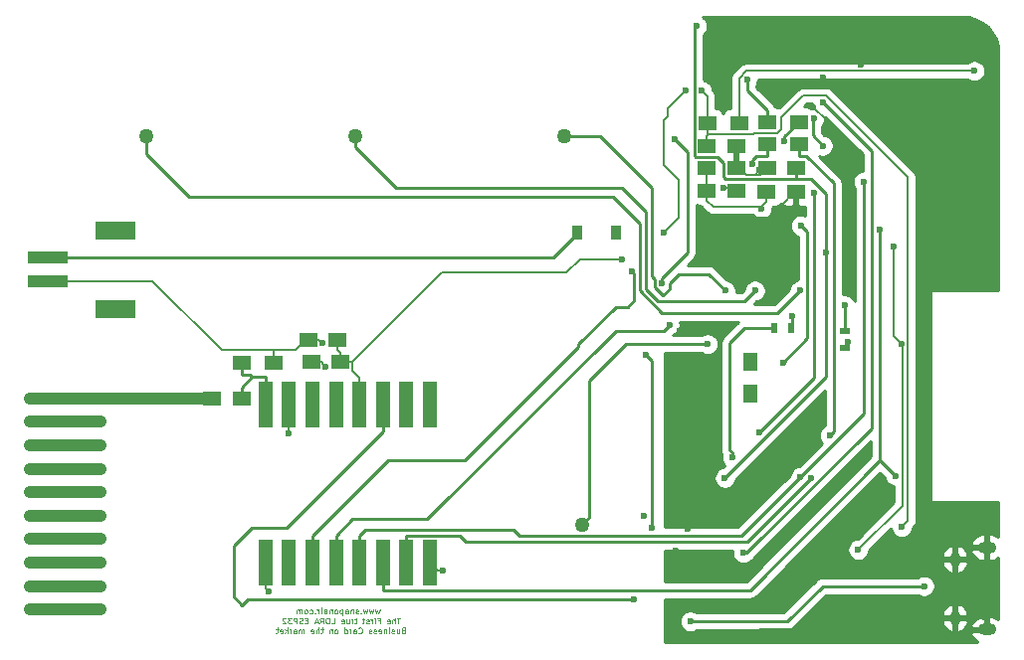
<source format=gbr>
G04 #@! TF.GenerationSoftware,KiCad,Pcbnew,(5.1.2)-1*
G04 #@! TF.CreationDate,2019-08-13T14:32:56+02:00*
G04 #@! TF.ProjectId,tinyRF24,74696e79-5246-4323-942e-6b696361645f,rev?*
G04 #@! TF.SameCoordinates,Original*
G04 #@! TF.FileFunction,Copper,L2,Bot*
G04 #@! TF.FilePolarity,Positive*
%FSLAX46Y46*%
G04 Gerber Fmt 4.6, Leading zero omitted, Abs format (unit mm)*
G04 Created by KiCad (PCBNEW (5.1.2)-1) date 2019-08-13 14:32:56*
%MOMM*%
%LPD*%
G04 APERTURE LIST*
%ADD10C,0.075000*%
%ADD11R,1.500000X1.300000*%
%ADD12C,1.270000*%
%ADD13R,1.200000X4.000000*%
%ADD14R,1.500000X1.250000*%
%ADD15C,1.000000*%
%ADD16R,0.900000X1.200000*%
%ADD17R,3.400000X1.500000*%
%ADD18R,3.500000X1.000000*%
%ADD19O,0.950000X1.250000*%
%ADD20O,1.550000X1.000000*%
%ADD21R,1.300000X1.500000*%
%ADD22R,0.900000X0.500000*%
%ADD23R,0.500000X0.900000*%
%ADD24C,0.600000*%
%ADD25C,0.152400*%
%ADD26C,0.250000*%
%ADD27C,1.000000*%
%ADD28C,0.254000*%
G04 APERTURE END LIST*
D10*
X115573523Y-100730857D02*
X115478285Y-101064190D01*
X115383047Y-100826095D01*
X115287809Y-101064190D01*
X115192571Y-100730857D01*
X115049714Y-100730857D02*
X114954476Y-101064190D01*
X114859238Y-100826095D01*
X114764000Y-101064190D01*
X114668761Y-100730857D01*
X114525904Y-100730857D02*
X114430666Y-101064190D01*
X114335428Y-100826095D01*
X114240190Y-101064190D01*
X114144952Y-100730857D01*
X113954476Y-101016571D02*
X113930666Y-101040380D01*
X113954476Y-101064190D01*
X113978285Y-101040380D01*
X113954476Y-101016571D01*
X113954476Y-101064190D01*
X113740190Y-101040380D02*
X113692571Y-101064190D01*
X113597333Y-101064190D01*
X113549714Y-101040380D01*
X113525904Y-100992761D01*
X113525904Y-100968952D01*
X113549714Y-100921333D01*
X113597333Y-100897523D01*
X113668761Y-100897523D01*
X113716380Y-100873714D01*
X113740190Y-100826095D01*
X113740190Y-100802285D01*
X113716380Y-100754666D01*
X113668761Y-100730857D01*
X113597333Y-100730857D01*
X113549714Y-100754666D01*
X113311619Y-100730857D02*
X113311619Y-101064190D01*
X113311619Y-100778476D02*
X113287809Y-100754666D01*
X113240190Y-100730857D01*
X113168761Y-100730857D01*
X113121142Y-100754666D01*
X113097333Y-100802285D01*
X113097333Y-101064190D01*
X112644952Y-101064190D02*
X112644952Y-100802285D01*
X112668761Y-100754666D01*
X112716380Y-100730857D01*
X112811619Y-100730857D01*
X112859238Y-100754666D01*
X112644952Y-101040380D02*
X112692571Y-101064190D01*
X112811619Y-101064190D01*
X112859238Y-101040380D01*
X112883047Y-100992761D01*
X112883047Y-100945142D01*
X112859238Y-100897523D01*
X112811619Y-100873714D01*
X112692571Y-100873714D01*
X112644952Y-100849904D01*
X112406857Y-100730857D02*
X112406857Y-101230857D01*
X112406857Y-100754666D02*
X112359238Y-100730857D01*
X112264000Y-100730857D01*
X112216380Y-100754666D01*
X112192571Y-100778476D01*
X112168761Y-100826095D01*
X112168761Y-100968952D01*
X112192571Y-101016571D01*
X112216380Y-101040380D01*
X112264000Y-101064190D01*
X112359238Y-101064190D01*
X112406857Y-101040380D01*
X111883047Y-101064190D02*
X111930666Y-101040380D01*
X111954476Y-101016571D01*
X111978285Y-100968952D01*
X111978285Y-100826095D01*
X111954476Y-100778476D01*
X111930666Y-100754666D01*
X111883047Y-100730857D01*
X111811619Y-100730857D01*
X111764000Y-100754666D01*
X111740190Y-100778476D01*
X111716380Y-100826095D01*
X111716380Y-100968952D01*
X111740190Y-101016571D01*
X111764000Y-101040380D01*
X111811619Y-101064190D01*
X111883047Y-101064190D01*
X111502095Y-100730857D02*
X111502095Y-101064190D01*
X111502095Y-100778476D02*
X111478285Y-100754666D01*
X111430666Y-100730857D01*
X111359238Y-100730857D01*
X111311619Y-100754666D01*
X111287809Y-100802285D01*
X111287809Y-101064190D01*
X110835428Y-101064190D02*
X110835428Y-100802285D01*
X110859238Y-100754666D01*
X110906857Y-100730857D01*
X111002095Y-100730857D01*
X111049714Y-100754666D01*
X110835428Y-101040380D02*
X110883047Y-101064190D01*
X111002095Y-101064190D01*
X111049714Y-101040380D01*
X111073523Y-100992761D01*
X111073523Y-100945142D01*
X111049714Y-100897523D01*
X111002095Y-100873714D01*
X110883047Y-100873714D01*
X110835428Y-100849904D01*
X110597333Y-101064190D02*
X110597333Y-100730857D01*
X110597333Y-100564190D02*
X110621142Y-100588000D01*
X110597333Y-100611809D01*
X110573523Y-100588000D01*
X110597333Y-100564190D01*
X110597333Y-100611809D01*
X110359238Y-101064190D02*
X110359238Y-100730857D01*
X110359238Y-100826095D02*
X110335428Y-100778476D01*
X110311619Y-100754666D01*
X110264000Y-100730857D01*
X110216380Y-100730857D01*
X110049714Y-101016571D02*
X110025904Y-101040380D01*
X110049714Y-101064190D01*
X110073523Y-101040380D01*
X110049714Y-101016571D01*
X110049714Y-101064190D01*
X109597333Y-101040380D02*
X109644952Y-101064190D01*
X109740190Y-101064190D01*
X109787809Y-101040380D01*
X109811619Y-101016571D01*
X109835428Y-100968952D01*
X109835428Y-100826095D01*
X109811619Y-100778476D01*
X109787809Y-100754666D01*
X109740190Y-100730857D01*
X109644952Y-100730857D01*
X109597333Y-100754666D01*
X109311619Y-101064190D02*
X109359238Y-101040380D01*
X109383047Y-101016571D01*
X109406857Y-100968952D01*
X109406857Y-100826095D01*
X109383047Y-100778476D01*
X109359238Y-100754666D01*
X109311619Y-100730857D01*
X109240190Y-100730857D01*
X109192571Y-100754666D01*
X109168761Y-100778476D01*
X109144952Y-100826095D01*
X109144952Y-100968952D01*
X109168761Y-101016571D01*
X109192571Y-101040380D01*
X109240190Y-101064190D01*
X109311619Y-101064190D01*
X108930666Y-101064190D02*
X108930666Y-100730857D01*
X108930666Y-100778476D02*
X108906857Y-100754666D01*
X108859238Y-100730857D01*
X108787809Y-100730857D01*
X108740190Y-100754666D01*
X108716380Y-100802285D01*
X108716380Y-101064190D01*
X108716380Y-100802285D02*
X108692571Y-100754666D01*
X108644952Y-100730857D01*
X108573523Y-100730857D01*
X108525904Y-100754666D01*
X108502095Y-100802285D01*
X108502095Y-101064190D01*
X117303714Y-101421690D02*
X117018000Y-101421690D01*
X117160857Y-101921690D02*
X117160857Y-101421690D01*
X116851333Y-101921690D02*
X116851333Y-101421690D01*
X116637047Y-101921690D02*
X116637047Y-101659785D01*
X116660857Y-101612166D01*
X116708476Y-101588357D01*
X116779904Y-101588357D01*
X116827523Y-101612166D01*
X116851333Y-101635976D01*
X116208476Y-101897880D02*
X116256095Y-101921690D01*
X116351333Y-101921690D01*
X116398952Y-101897880D01*
X116422761Y-101850261D01*
X116422761Y-101659785D01*
X116398952Y-101612166D01*
X116351333Y-101588357D01*
X116256095Y-101588357D01*
X116208476Y-101612166D01*
X116184666Y-101659785D01*
X116184666Y-101707404D01*
X116422761Y-101755023D01*
X115422761Y-101659785D02*
X115589428Y-101659785D01*
X115589428Y-101921690D02*
X115589428Y-101421690D01*
X115351333Y-101421690D01*
X115160857Y-101921690D02*
X115160857Y-101588357D01*
X115160857Y-101421690D02*
X115184666Y-101445500D01*
X115160857Y-101469309D01*
X115137047Y-101445500D01*
X115160857Y-101421690D01*
X115160857Y-101469309D01*
X114922761Y-101921690D02*
X114922761Y-101588357D01*
X114922761Y-101683595D02*
X114898952Y-101635976D01*
X114875142Y-101612166D01*
X114827523Y-101588357D01*
X114779904Y-101588357D01*
X114637047Y-101897880D02*
X114589428Y-101921690D01*
X114494190Y-101921690D01*
X114446571Y-101897880D01*
X114422761Y-101850261D01*
X114422761Y-101826452D01*
X114446571Y-101778833D01*
X114494190Y-101755023D01*
X114565619Y-101755023D01*
X114613238Y-101731214D01*
X114637047Y-101683595D01*
X114637047Y-101659785D01*
X114613238Y-101612166D01*
X114565619Y-101588357D01*
X114494190Y-101588357D01*
X114446571Y-101612166D01*
X114279904Y-101588357D02*
X114089428Y-101588357D01*
X114208476Y-101421690D02*
X114208476Y-101850261D01*
X114184666Y-101897880D01*
X114137047Y-101921690D01*
X114089428Y-101921690D01*
X113613238Y-101588357D02*
X113422761Y-101588357D01*
X113541809Y-101421690D02*
X113541809Y-101850261D01*
X113518000Y-101897880D01*
X113470380Y-101921690D01*
X113422761Y-101921690D01*
X113256095Y-101921690D02*
X113256095Y-101588357D01*
X113256095Y-101683595D02*
X113232285Y-101635976D01*
X113208476Y-101612166D01*
X113160857Y-101588357D01*
X113113238Y-101588357D01*
X112732285Y-101588357D02*
X112732285Y-101921690D01*
X112946571Y-101588357D02*
X112946571Y-101850261D01*
X112922761Y-101897880D01*
X112875142Y-101921690D01*
X112803714Y-101921690D01*
X112756095Y-101897880D01*
X112732285Y-101874071D01*
X112303714Y-101897880D02*
X112351333Y-101921690D01*
X112446571Y-101921690D01*
X112494190Y-101897880D01*
X112518000Y-101850261D01*
X112518000Y-101659785D01*
X112494190Y-101612166D01*
X112446571Y-101588357D01*
X112351333Y-101588357D01*
X112303714Y-101612166D01*
X112279904Y-101659785D01*
X112279904Y-101707404D01*
X112518000Y-101755023D01*
X111446571Y-101921690D02*
X111684666Y-101921690D01*
X111684666Y-101421690D01*
X111184666Y-101421690D02*
X111089428Y-101421690D01*
X111041809Y-101445500D01*
X110994190Y-101493119D01*
X110970380Y-101588357D01*
X110970380Y-101755023D01*
X110994190Y-101850261D01*
X111041809Y-101897880D01*
X111089428Y-101921690D01*
X111184666Y-101921690D01*
X111232285Y-101897880D01*
X111279904Y-101850261D01*
X111303714Y-101755023D01*
X111303714Y-101588357D01*
X111279904Y-101493119D01*
X111232285Y-101445500D01*
X111184666Y-101421690D01*
X110470380Y-101921690D02*
X110637047Y-101683595D01*
X110756095Y-101921690D02*
X110756095Y-101421690D01*
X110565619Y-101421690D01*
X110518000Y-101445500D01*
X110494190Y-101469309D01*
X110470380Y-101516928D01*
X110470380Y-101588357D01*
X110494190Y-101635976D01*
X110518000Y-101659785D01*
X110565619Y-101683595D01*
X110756095Y-101683595D01*
X110279904Y-101778833D02*
X110041809Y-101778833D01*
X110327523Y-101921690D02*
X110160857Y-101421690D01*
X109994190Y-101921690D01*
X109446571Y-101659785D02*
X109279904Y-101659785D01*
X109208476Y-101921690D02*
X109446571Y-101921690D01*
X109446571Y-101421690D01*
X109208476Y-101421690D01*
X109018000Y-101897880D02*
X108946571Y-101921690D01*
X108827523Y-101921690D01*
X108779904Y-101897880D01*
X108756095Y-101874071D01*
X108732285Y-101826452D01*
X108732285Y-101778833D01*
X108756095Y-101731214D01*
X108779904Y-101707404D01*
X108827523Y-101683595D01*
X108922761Y-101659785D01*
X108970380Y-101635976D01*
X108994190Y-101612166D01*
X109018000Y-101564547D01*
X109018000Y-101516928D01*
X108994190Y-101469309D01*
X108970380Y-101445500D01*
X108922761Y-101421690D01*
X108803714Y-101421690D01*
X108732285Y-101445500D01*
X108518000Y-101921690D02*
X108518000Y-101421690D01*
X108327523Y-101421690D01*
X108279904Y-101445500D01*
X108256095Y-101469309D01*
X108232285Y-101516928D01*
X108232285Y-101588357D01*
X108256095Y-101635976D01*
X108279904Y-101659785D01*
X108327523Y-101683595D01*
X108518000Y-101683595D01*
X108065619Y-101421690D02*
X107756095Y-101421690D01*
X107922761Y-101612166D01*
X107851333Y-101612166D01*
X107803714Y-101635976D01*
X107779904Y-101659785D01*
X107756095Y-101707404D01*
X107756095Y-101826452D01*
X107779904Y-101874071D01*
X107803714Y-101897880D01*
X107851333Y-101921690D01*
X107994190Y-101921690D01*
X108041809Y-101897880D01*
X108065619Y-101874071D01*
X107565619Y-101469309D02*
X107541809Y-101445500D01*
X107494190Y-101421690D01*
X107375142Y-101421690D01*
X107327523Y-101445500D01*
X107303714Y-101469309D01*
X107279904Y-101516928D01*
X107279904Y-101564547D01*
X107303714Y-101635976D01*
X107589428Y-101921690D01*
X107279904Y-101921690D01*
X117553714Y-102484785D02*
X117482285Y-102508595D01*
X117458476Y-102532404D01*
X117434666Y-102580023D01*
X117434666Y-102651452D01*
X117458476Y-102699071D01*
X117482285Y-102722880D01*
X117529904Y-102746690D01*
X117720380Y-102746690D01*
X117720380Y-102246690D01*
X117553714Y-102246690D01*
X117506095Y-102270500D01*
X117482285Y-102294309D01*
X117458476Y-102341928D01*
X117458476Y-102389547D01*
X117482285Y-102437166D01*
X117506095Y-102460976D01*
X117553714Y-102484785D01*
X117720380Y-102484785D01*
X117006095Y-102413357D02*
X117006095Y-102746690D01*
X117220380Y-102413357D02*
X117220380Y-102675261D01*
X117196571Y-102722880D01*
X117148952Y-102746690D01*
X117077523Y-102746690D01*
X117029904Y-102722880D01*
X117006095Y-102699071D01*
X116791809Y-102722880D02*
X116744190Y-102746690D01*
X116648952Y-102746690D01*
X116601333Y-102722880D01*
X116577523Y-102675261D01*
X116577523Y-102651452D01*
X116601333Y-102603833D01*
X116648952Y-102580023D01*
X116720380Y-102580023D01*
X116768000Y-102556214D01*
X116791809Y-102508595D01*
X116791809Y-102484785D01*
X116768000Y-102437166D01*
X116720380Y-102413357D01*
X116648952Y-102413357D01*
X116601333Y-102437166D01*
X116363238Y-102746690D02*
X116363238Y-102413357D01*
X116363238Y-102246690D02*
X116387047Y-102270500D01*
X116363238Y-102294309D01*
X116339428Y-102270500D01*
X116363238Y-102246690D01*
X116363238Y-102294309D01*
X116125142Y-102413357D02*
X116125142Y-102746690D01*
X116125142Y-102460976D02*
X116101333Y-102437166D01*
X116053714Y-102413357D01*
X115982285Y-102413357D01*
X115934666Y-102437166D01*
X115910857Y-102484785D01*
X115910857Y-102746690D01*
X115482285Y-102722880D02*
X115529904Y-102746690D01*
X115625142Y-102746690D01*
X115672761Y-102722880D01*
X115696571Y-102675261D01*
X115696571Y-102484785D01*
X115672761Y-102437166D01*
X115625142Y-102413357D01*
X115529904Y-102413357D01*
X115482285Y-102437166D01*
X115458476Y-102484785D01*
X115458476Y-102532404D01*
X115696571Y-102580023D01*
X115268000Y-102722880D02*
X115220380Y-102746690D01*
X115125142Y-102746690D01*
X115077523Y-102722880D01*
X115053714Y-102675261D01*
X115053714Y-102651452D01*
X115077523Y-102603833D01*
X115125142Y-102580023D01*
X115196571Y-102580023D01*
X115244190Y-102556214D01*
X115268000Y-102508595D01*
X115268000Y-102484785D01*
X115244190Y-102437166D01*
X115196571Y-102413357D01*
X115125142Y-102413357D01*
X115077523Y-102437166D01*
X114863238Y-102722880D02*
X114815619Y-102746690D01*
X114720380Y-102746690D01*
X114672761Y-102722880D01*
X114648952Y-102675261D01*
X114648952Y-102651452D01*
X114672761Y-102603833D01*
X114720380Y-102580023D01*
X114791809Y-102580023D01*
X114839428Y-102556214D01*
X114863238Y-102508595D01*
X114863238Y-102484785D01*
X114839428Y-102437166D01*
X114791809Y-102413357D01*
X114720380Y-102413357D01*
X114672761Y-102437166D01*
X113768000Y-102699071D02*
X113791809Y-102722880D01*
X113863238Y-102746690D01*
X113910857Y-102746690D01*
X113982285Y-102722880D01*
X114029904Y-102675261D01*
X114053714Y-102627642D01*
X114077523Y-102532404D01*
X114077523Y-102460976D01*
X114053714Y-102365738D01*
X114029904Y-102318119D01*
X113982285Y-102270500D01*
X113910857Y-102246690D01*
X113863238Y-102246690D01*
X113791809Y-102270500D01*
X113768000Y-102294309D01*
X113339428Y-102746690D02*
X113339428Y-102484785D01*
X113363238Y-102437166D01*
X113410857Y-102413357D01*
X113506095Y-102413357D01*
X113553714Y-102437166D01*
X113339428Y-102722880D02*
X113387047Y-102746690D01*
X113506095Y-102746690D01*
X113553714Y-102722880D01*
X113577523Y-102675261D01*
X113577523Y-102627642D01*
X113553714Y-102580023D01*
X113506095Y-102556214D01*
X113387047Y-102556214D01*
X113339428Y-102532404D01*
X113101333Y-102746690D02*
X113101333Y-102413357D01*
X113101333Y-102508595D02*
X113077523Y-102460976D01*
X113053714Y-102437166D01*
X113006095Y-102413357D01*
X112958476Y-102413357D01*
X112577523Y-102746690D02*
X112577523Y-102246690D01*
X112577523Y-102722880D02*
X112625142Y-102746690D01*
X112720380Y-102746690D01*
X112768000Y-102722880D01*
X112791809Y-102699071D01*
X112815619Y-102651452D01*
X112815619Y-102508595D01*
X112791809Y-102460976D01*
X112768000Y-102437166D01*
X112720380Y-102413357D01*
X112625142Y-102413357D01*
X112577523Y-102437166D01*
X111887047Y-102746690D02*
X111934666Y-102722880D01*
X111958476Y-102699071D01*
X111982285Y-102651452D01*
X111982285Y-102508595D01*
X111958476Y-102460976D01*
X111934666Y-102437166D01*
X111887047Y-102413357D01*
X111815619Y-102413357D01*
X111768000Y-102437166D01*
X111744190Y-102460976D01*
X111720380Y-102508595D01*
X111720380Y-102651452D01*
X111744190Y-102699071D01*
X111768000Y-102722880D01*
X111815619Y-102746690D01*
X111887047Y-102746690D01*
X111506095Y-102413357D02*
X111506095Y-102746690D01*
X111506095Y-102460976D02*
X111482285Y-102437166D01*
X111434666Y-102413357D01*
X111363238Y-102413357D01*
X111315619Y-102437166D01*
X111291809Y-102484785D01*
X111291809Y-102746690D01*
X110744190Y-102413357D02*
X110553714Y-102413357D01*
X110672761Y-102246690D02*
X110672761Y-102675261D01*
X110648952Y-102722880D01*
X110601333Y-102746690D01*
X110553714Y-102746690D01*
X110387047Y-102746690D02*
X110387047Y-102246690D01*
X110172761Y-102746690D02*
X110172761Y-102484785D01*
X110196571Y-102437166D01*
X110244190Y-102413357D01*
X110315619Y-102413357D01*
X110363238Y-102437166D01*
X110387047Y-102460976D01*
X109744190Y-102722880D02*
X109791809Y-102746690D01*
X109887047Y-102746690D01*
X109934666Y-102722880D01*
X109958476Y-102675261D01*
X109958476Y-102484785D01*
X109934666Y-102437166D01*
X109887047Y-102413357D01*
X109791809Y-102413357D01*
X109744190Y-102437166D01*
X109720380Y-102484785D01*
X109720380Y-102532404D01*
X109958476Y-102580023D01*
X109125142Y-102746690D02*
X109125142Y-102413357D01*
X109125142Y-102460976D02*
X109101333Y-102437166D01*
X109053714Y-102413357D01*
X108982285Y-102413357D01*
X108934666Y-102437166D01*
X108910857Y-102484785D01*
X108910857Y-102746690D01*
X108910857Y-102484785D02*
X108887047Y-102437166D01*
X108839428Y-102413357D01*
X108768000Y-102413357D01*
X108720380Y-102437166D01*
X108696571Y-102484785D01*
X108696571Y-102746690D01*
X108244190Y-102746690D02*
X108244190Y-102484785D01*
X108268000Y-102437166D01*
X108315619Y-102413357D01*
X108410857Y-102413357D01*
X108458476Y-102437166D01*
X108244190Y-102722880D02*
X108291809Y-102746690D01*
X108410857Y-102746690D01*
X108458476Y-102722880D01*
X108482285Y-102675261D01*
X108482285Y-102627642D01*
X108458476Y-102580023D01*
X108410857Y-102556214D01*
X108291809Y-102556214D01*
X108244190Y-102532404D01*
X108006095Y-102746690D02*
X108006095Y-102413357D01*
X108006095Y-102508595D02*
X107982285Y-102460976D01*
X107958476Y-102437166D01*
X107910857Y-102413357D01*
X107863238Y-102413357D01*
X107696571Y-102746690D02*
X107696571Y-102246690D01*
X107648952Y-102556214D02*
X107506095Y-102746690D01*
X107506095Y-102413357D02*
X107696571Y-102603833D01*
X107101333Y-102722880D02*
X107148952Y-102746690D01*
X107244190Y-102746690D01*
X107291809Y-102722880D01*
X107315619Y-102675261D01*
X107315619Y-102484785D01*
X107291809Y-102437166D01*
X107244190Y-102413357D01*
X107148952Y-102413357D01*
X107101333Y-102437166D01*
X107077523Y-102484785D01*
X107077523Y-102532404D01*
X107315619Y-102580023D01*
X106934666Y-102413357D02*
X106744190Y-102413357D01*
X106863238Y-102246690D02*
X106863238Y-102675261D01*
X106839428Y-102722880D01*
X106791809Y-102746690D01*
X106744190Y-102746690D01*
D11*
X146130000Y-59309000D03*
X143430000Y-59309000D03*
D12*
X95730000Y-60400000D03*
D11*
X106540000Y-79730000D03*
X103840000Y-79730000D03*
D12*
X131290000Y-60400000D03*
D13*
X119840000Y-96730000D03*
X117840000Y-96730000D03*
X115840000Y-96730000D03*
X113840000Y-96730000D03*
X111840000Y-96730000D03*
X109840000Y-96730000D03*
X107840000Y-96730000D03*
X105840000Y-96730000D03*
X105840000Y-83230000D03*
X107840000Y-83230000D03*
X109840000Y-83230000D03*
X111840000Y-83230000D03*
X113840000Y-83230000D03*
X115840000Y-83230000D03*
X117840000Y-83230000D03*
X119840000Y-83230000D03*
D14*
X109737000Y-79608000D03*
X112237000Y-79608000D03*
X103840000Y-82730000D03*
X101340000Y-82730000D03*
D12*
X132790000Y-93500000D03*
D11*
X148510000Y-61087000D03*
X151210000Y-61087000D03*
D15*
X97840400Y-82730000D03*
D14*
X111974000Y-77724000D03*
X109474000Y-77724000D03*
D12*
X113510000Y-60400000D03*
D14*
X143403000Y-63119000D03*
X145903000Y-63119000D03*
X143403000Y-65024000D03*
X145903000Y-65024000D03*
X150963000Y-65151000D03*
X148463000Y-65151000D03*
X148503000Y-63119000D03*
X151003000Y-63119000D03*
X145903000Y-61214000D03*
X143403000Y-61214000D03*
D11*
X148510000Y-59182000D03*
X151210000Y-59182000D03*
D16*
X132335000Y-68580000D03*
X135635000Y-68580000D03*
D17*
X93045000Y-75105000D03*
X93045000Y-68405000D03*
D18*
X87295000Y-72755000D03*
X87295000Y-70755000D03*
D19*
X164512000Y-101433000D03*
X164512000Y-96433000D03*
D20*
X167212000Y-102433000D03*
X167212000Y-95433000D03*
D21*
X147066000Y-82312500D03*
X147066000Y-79612500D03*
D22*
X155130500Y-76974000D03*
X155130500Y-78474000D03*
D23*
X149110000Y-76708000D03*
X150610000Y-76708000D03*
D24*
X110951800Y-80013500D03*
X120904900Y-97435700D03*
X106112600Y-99184200D03*
X107840000Y-85692600D03*
X110695000Y-78046400D03*
X140716000Y-95734700D03*
X141224000Y-97790000D03*
X143764000Y-103378000D03*
X151370000Y-102354000D03*
X156464000Y-54319500D03*
X158320000Y-52578000D03*
X153267179Y-55438237D03*
X154940000Y-56642000D03*
X145903000Y-63119000D03*
X144780000Y-64770000D03*
X148670000Y-70358000D03*
X147874723Y-63282486D03*
X147162400Y-67310000D03*
X143460000Y-76835000D03*
X141107000Y-76962000D03*
X140208000Y-92202000D03*
X141732000Y-93842900D03*
X154940000Y-61530000D03*
X153606500Y-59489500D03*
X152463500Y-57912000D03*
X159271300Y-69816700D03*
X156279400Y-95612500D03*
X159979300Y-78082800D03*
X148072500Y-66559300D03*
X136144000Y-70866000D03*
X166161600Y-54848100D03*
X159989600Y-93694700D03*
X142952600Y-56515000D03*
X141605000Y-56515000D03*
X139700000Y-68580000D03*
X135635000Y-68580000D03*
X158148700Y-68398700D03*
X159446600Y-89314600D03*
X156762100Y-64259500D03*
X151372600Y-89423400D03*
X149867000Y-79684700D03*
X151393700Y-68018400D03*
X152557700Y-65251200D03*
X147874400Y-85622800D03*
X151300000Y-73550000D03*
X147490000Y-73550000D03*
X144950000Y-73550000D03*
X143460000Y-78105000D03*
X85840000Y-96730000D03*
X85840000Y-98730000D03*
X85840000Y-90730000D03*
X85840000Y-94730000D03*
X91840000Y-96730000D03*
X91840000Y-90730000D03*
X85840000Y-92730000D03*
X91840000Y-88730000D03*
X91840000Y-98730000D03*
X91840000Y-100730000D03*
X91840000Y-92730000D03*
X91840000Y-94730000D03*
X85840000Y-84730000D03*
X85840000Y-86730000D03*
X85840000Y-88730000D03*
X85840000Y-82730000D03*
X91840000Y-84730000D03*
X91840000Y-86730000D03*
X152275000Y-89531100D03*
X138059000Y-92710000D03*
X137160000Y-99822000D03*
X140208000Y-76454000D03*
X137043000Y-71882000D03*
X147244200Y-62790100D03*
X153869600Y-85872300D03*
X153534900Y-70304100D03*
X144932000Y-89512300D03*
X142562000Y-51032700D03*
X141991900Y-101729000D03*
X161887935Y-98716065D03*
X149951600Y-60857000D03*
X138684000Y-93726000D03*
X138176000Y-78994000D03*
X139583000Y-72898000D03*
X140655000Y-60645000D03*
X146519700Y-95906900D03*
X153276600Y-57501200D03*
X146838100Y-55572300D03*
X153255759Y-61205451D03*
X152527000Y-58864500D03*
X147066000Y-82312500D03*
X147066000Y-79612500D03*
X155130500Y-74803000D03*
X155384500Y-77914500D03*
X145542000Y-87757000D03*
X150685500Y-75692000D03*
D25*
X109737000Y-79608000D02*
X110715900Y-79608000D01*
X110951800Y-80013500D02*
X110715900Y-79777600D01*
X110715900Y-79777600D02*
X110715900Y-79608000D01*
X120904900Y-97435700D02*
X120545700Y-97435700D01*
X120545700Y-97435700D02*
X119840000Y-96730000D01*
X105840000Y-96730000D02*
X105840000Y-98958900D01*
X106112600Y-99184200D02*
X105887300Y-98958900D01*
X105887300Y-98958900D02*
X105840000Y-98958900D01*
X107840000Y-83230000D02*
X107840000Y-85692600D01*
X109474000Y-77724000D02*
X110452900Y-77724000D01*
X110695000Y-78046400D02*
X110452900Y-77804300D01*
X110452900Y-77804300D02*
X110452900Y-77724000D01*
X140716000Y-95734700D02*
X140716000Y-97282000D01*
X140716000Y-97282000D02*
X141224000Y-97790000D01*
X143764000Y-103378000D02*
X146812000Y-103378000D01*
X146812000Y-103378000D02*
X147836000Y-102354000D01*
X147836000Y-102354000D02*
X151370000Y-102354000D01*
X156464000Y-54319500D02*
X158205500Y-52578000D01*
X158205500Y-52578000D02*
X158320000Y-52578000D01*
X154470942Y-56642000D02*
X154940000Y-56642000D01*
X153267179Y-55438237D02*
X154470942Y-56642000D01*
X145649000Y-64770000D02*
X145903000Y-65024000D01*
X144780000Y-64770000D02*
X145649000Y-64770000D01*
X146177000Y-63119000D02*
X146726090Y-63668090D01*
X145903000Y-63119000D02*
X146177000Y-63119000D01*
X147953910Y-63668090D02*
X148503000Y-63119000D01*
X150838000Y-65151000D02*
X149860000Y-66129000D01*
X150963000Y-65151000D02*
X150838000Y-65151000D01*
X149860000Y-69168000D02*
X148670000Y-70358000D01*
X147489119Y-63668090D02*
X147874723Y-63282486D01*
X147234090Y-63668090D02*
X147489119Y-63668090D01*
X147234090Y-63668090D02*
X147953910Y-63668090D01*
X146726090Y-63668090D02*
X147234090Y-63668090D01*
X149352000Y-67310000D02*
X149860000Y-67818000D01*
X147162400Y-67310000D02*
X149352000Y-67310000D01*
X149860000Y-66129000D02*
X149860000Y-67818000D01*
X149860000Y-67818000D02*
X149860000Y-69168000D01*
X143460000Y-76835000D02*
X141234000Y-76835000D01*
X141234000Y-76835000D02*
X141107000Y-76962000D01*
X140208000Y-92202000D02*
X141732000Y-93726000D01*
X141732000Y-93726000D02*
X141732000Y-93842900D01*
X109349000Y-77724000D02*
X109474000Y-77724000D01*
X108450700Y-78622300D02*
X109349000Y-77724000D01*
X106540000Y-78622300D02*
X108450700Y-78622300D01*
X106540000Y-79730000D02*
X106540000Y-78622300D01*
X106540000Y-78622300D02*
X103387300Y-78622300D01*
X87295000Y-72755000D02*
X96250000Y-72755000D01*
X102117300Y-78622300D02*
X103387300Y-78622300D01*
X96250000Y-72755000D02*
X102117300Y-78622300D01*
X167212000Y-101780600D02*
X167212000Y-102433000D01*
X166864400Y-101433000D02*
X167212000Y-101780600D01*
X164512000Y-101433000D02*
X166864400Y-101433000D01*
X154940000Y-61530000D02*
X154940000Y-60823000D01*
X154940000Y-60823000D02*
X153606500Y-59489500D01*
X153606500Y-59489500D02*
X153606500Y-59055000D01*
X153606500Y-59055000D02*
X152463500Y-57912000D01*
X159979300Y-78082800D02*
X159271300Y-77374800D01*
X159271300Y-77374800D02*
X159271300Y-69816700D01*
X156279400Y-95612500D02*
X160023100Y-91868800D01*
X160023100Y-91868800D02*
X160023100Y-78126600D01*
X160023100Y-78126600D02*
X159979300Y-78082800D01*
X113215900Y-79608000D02*
X120836400Y-71987500D01*
X120836400Y-71987500D02*
X130522700Y-71987500D01*
X113840000Y-83230000D02*
X113840000Y-81001100D01*
X112237000Y-79608000D02*
X112237000Y-78754100D01*
X111974000Y-77724000D02*
X111974000Y-78577900D01*
X111974000Y-78577900D02*
X112150200Y-78754100D01*
X112150200Y-78754100D02*
X112237000Y-78754100D01*
X112237000Y-79608000D02*
X113215900Y-79608000D01*
X113215900Y-79608000D02*
X113215900Y-80377000D01*
X113215900Y-80377000D02*
X113840000Y-81001100D01*
X148028400Y-66439500D02*
X148007600Y-66418800D01*
X148007600Y-66418800D02*
X143943900Y-66418800D01*
X143943900Y-66418800D02*
X143403000Y-65877900D01*
X148072500Y-66559300D02*
X148072500Y-66483700D01*
X148072500Y-66483700D02*
X148028400Y-66439500D01*
X148463000Y-66004900D02*
X148028400Y-66439500D01*
X148463000Y-65151000D02*
X148463000Y-66004900D01*
X143403000Y-65024000D02*
X143403000Y-65877900D01*
X143403000Y-65024000D02*
X143403000Y-63119000D01*
X130522700Y-71987500D02*
X131466500Y-71987500D01*
X131466500Y-71987500D02*
X132588000Y-70866000D01*
X132588000Y-70866000D02*
X136144000Y-70866000D01*
X166161600Y-54848100D02*
X146747000Y-54848100D01*
X146747000Y-54848100D02*
X146130000Y-55465100D01*
X146130000Y-55465100D02*
X146130000Y-59309000D01*
X159989600Y-93694700D02*
X160514500Y-93169800D01*
X160514500Y-93169800D02*
X160514500Y-63901100D01*
X160514500Y-63901100D02*
X153538000Y-56924600D01*
X153538000Y-56924600D02*
X151622700Y-56924600D01*
X151622700Y-56924600D02*
X149715400Y-58831900D01*
X149715400Y-58831900D02*
X149715400Y-59789500D01*
X149715400Y-59789500D02*
X149365500Y-60139400D01*
X149365500Y-60139400D02*
X147379600Y-60139400D01*
X147379600Y-60139400D02*
X147331100Y-60187900D01*
X147331100Y-60187900D02*
X143430000Y-60187900D01*
X143403000Y-61214000D02*
X143403000Y-60360100D01*
X143403000Y-60360100D02*
X143430000Y-60333100D01*
X143430000Y-60333100D02*
X143430000Y-60187900D01*
X143430000Y-59309000D02*
X143430000Y-60187900D01*
X143430000Y-59309000D02*
X143430000Y-56992400D01*
X143430000Y-56992400D02*
X142952600Y-56515000D01*
X140078799Y-58041201D02*
X140078799Y-58676201D01*
X141605000Y-56515000D02*
X140078799Y-58041201D01*
X140078799Y-58676201D02*
X139700000Y-59055000D01*
X139700000Y-59055000D02*
X139700000Y-62865000D01*
X139700000Y-62865000D02*
X140970000Y-64135000D01*
X140970000Y-64135000D02*
X140970000Y-67310000D01*
X140970000Y-67310000D02*
X139700000Y-68580000D01*
D26*
X115840000Y-96730000D02*
X115840000Y-99055300D01*
X158148700Y-88016700D02*
X158148700Y-68398700D01*
X159446600Y-89314600D02*
X158148700Y-88016700D01*
X115840000Y-99055300D02*
X147110100Y-99055300D01*
X147110100Y-99055300D02*
X158148700Y-88016700D01*
X151372600Y-89423400D02*
X156762100Y-84033900D01*
X156762100Y-84033900D02*
X156762100Y-64259500D01*
X113840000Y-94404700D02*
X114294700Y-93950000D01*
X114294700Y-93950000D02*
X126940900Y-93950000D01*
X126940900Y-93950000D02*
X127458800Y-94467900D01*
X127458800Y-94467900D02*
X146328100Y-94467900D01*
X146328100Y-94467900D02*
X151372600Y-89423400D01*
X113840000Y-96730000D02*
X113840000Y-94404700D01*
X151393700Y-68018400D02*
X151925400Y-68550100D01*
X151925400Y-68550100D02*
X151925400Y-77626300D01*
X151925400Y-77626300D02*
X149867000Y-79684700D01*
X147874400Y-85622800D02*
X152557700Y-80939500D01*
X152557700Y-80939500D02*
X152557700Y-65251200D01*
X149412000Y-75438000D02*
X151300000Y-73550000D01*
X139571590Y-75438000D02*
X149412000Y-75438000D01*
X95730000Y-61948000D02*
X99314000Y-65532000D01*
X95730000Y-60400000D02*
X95730000Y-61948000D01*
X99314000Y-65532000D02*
X135382000Y-65532000D01*
X135382000Y-65532000D02*
X137668000Y-67818000D01*
X137668000Y-67818000D02*
X137668000Y-73534410D01*
X137668000Y-73534410D02*
X139571590Y-75438000D01*
X146618000Y-74422000D02*
X147490000Y-73550000D01*
X138233990Y-73463990D02*
X139192000Y-74422000D01*
X138233990Y-66859990D02*
X138233990Y-73463990D01*
X139192000Y-74422000D02*
X146618000Y-74422000D01*
X113510000Y-60400000D02*
X113510000Y-61298000D01*
X113510000Y-61298000D02*
X116982000Y-64770000D01*
X116982000Y-64770000D02*
X136144000Y-64770000D01*
X136144000Y-64770000D02*
X138233990Y-66859990D01*
X134314000Y-60400000D02*
X131290000Y-60400000D01*
X138684000Y-64770000D02*
X134314000Y-60400000D01*
X138684000Y-72350002D02*
X138684000Y-64770000D01*
X138957999Y-72624001D02*
X138684000Y-72350002D01*
X138957999Y-73287979D02*
X138957999Y-72624001D01*
X143536000Y-72136000D02*
X140970000Y-72136000D01*
X144950000Y-73550000D02*
X143536000Y-72136000D01*
X140970000Y-72136000D02*
X140208000Y-72898000D01*
X140208000Y-72898000D02*
X140208000Y-73406000D01*
X140208000Y-73406000D02*
X139642010Y-73971990D01*
X139642010Y-73971990D02*
X138957999Y-73287979D01*
X132790000Y-93500000D02*
X133425000Y-92865000D01*
X133425000Y-92865000D02*
X133425000Y-81205000D01*
X133425000Y-81205000D02*
X136525000Y-78105000D01*
X136525000Y-78105000D02*
X143460000Y-78105000D01*
X97840000Y-82730000D02*
X97840400Y-82730000D01*
D27*
X97840000Y-82730000D02*
X85840000Y-82730000D01*
X85840000Y-98730000D02*
X91840000Y-98730000D01*
X85840000Y-94730000D02*
X91840000Y-94730000D01*
X85840000Y-88730000D02*
X91840000Y-88730000D01*
X91840000Y-86730000D02*
X85840000Y-86730000D01*
X85840000Y-90730000D02*
X91840000Y-90730000D01*
X85840000Y-96730000D02*
X91840000Y-96730000D01*
X85840000Y-84730000D02*
X91840000Y-84730000D01*
X85840000Y-92730000D02*
X91840000Y-92730000D01*
X85840000Y-100730000D02*
X91840000Y-100730000D01*
X101340000Y-82730000D02*
X97840400Y-82730000D01*
D26*
X103840000Y-79730000D02*
X103840000Y-80705300D01*
X104715000Y-80904700D02*
X105840000Y-80904700D01*
X103840000Y-81779700D02*
X104715000Y-80904700D01*
X104715000Y-80904700D02*
X104515600Y-80705300D01*
X104515600Y-80705300D02*
X103840000Y-80705300D01*
X103840000Y-82730000D02*
X103840000Y-81779700D01*
X105840000Y-83230000D02*
X105840000Y-80904700D01*
X117840000Y-96730000D02*
X117840000Y-94404700D01*
X152275000Y-89531100D02*
X146887800Y-94918300D01*
X146887800Y-94918300D02*
X122857100Y-94918300D01*
X122857100Y-94918300D02*
X122343500Y-94404700D01*
X122343500Y-94404700D02*
X117840000Y-94404700D01*
X115840000Y-83230000D02*
X115840000Y-85555300D01*
X107669300Y-93726000D02*
X104648000Y-93726000D01*
X115840000Y-85555300D02*
X107669300Y-93726000D01*
X104648000Y-93726000D02*
X103124000Y-95250000D01*
X103124000Y-99639166D02*
X103814834Y-100330000D01*
X103124000Y-95250000D02*
X103124000Y-99639166D01*
X103814834Y-100330000D02*
X104322834Y-99822000D01*
X104322834Y-99822000D02*
X137160000Y-99822000D01*
X111840000Y-94404700D02*
X111840000Y-96730000D01*
X113218200Y-93026500D02*
X111840000Y-94404700D01*
X118496600Y-93026500D02*
X113218200Y-93026500D01*
X118496600Y-93026500D02*
X119571500Y-93026500D01*
X119571500Y-93026500D02*
X135636000Y-76962000D01*
X135636000Y-76962000D02*
X139700000Y-76962000D01*
X139700000Y-76962000D02*
X140208000Y-76454000D01*
X132462900Y-78354400D02*
X122834000Y-87983300D01*
X122834000Y-87983300D02*
X116261400Y-87983300D01*
X116261400Y-87983300D02*
X109840000Y-94404700D01*
X109840000Y-96730000D02*
X109840000Y-94404700D01*
X132462900Y-78354400D02*
X132462900Y-78103100D01*
X135636000Y-74930000D02*
X136652000Y-74930000D01*
X132462900Y-78103100D02*
X135636000Y-74930000D01*
X137217990Y-72056990D02*
X137043000Y-71882000D01*
X136652000Y-74930000D02*
X137217990Y-74364010D01*
X137217990Y-74364010D02*
X137217990Y-72056990D01*
X148510000Y-61087000D02*
X148510000Y-62062300D01*
X147244200Y-62790100D02*
X147244200Y-62462100D01*
X147244200Y-62462100D02*
X147644000Y-62062300D01*
X147644000Y-62062300D02*
X148510000Y-62062300D01*
X151210000Y-61087000D02*
X151210000Y-62062300D01*
X153869600Y-85872300D02*
X154176000Y-85565900D01*
X154176000Y-85565900D02*
X154176000Y-64418700D01*
X154176000Y-64418700D02*
X151819600Y-62062300D01*
X151819600Y-62062300D02*
X151210000Y-62062300D01*
X153534900Y-70304100D02*
X153534900Y-65344000D01*
X153534900Y-65344000D02*
X152260200Y-64069300D01*
X152260200Y-64069300D02*
X151003000Y-64069300D01*
X144932000Y-89512300D02*
X153534900Y-80909400D01*
X153534900Y-80909400D02*
X153534900Y-70304100D01*
X151003000Y-64069300D02*
X145016500Y-64069300D01*
X145016500Y-64069300D02*
X144827600Y-63880400D01*
X144827600Y-63880400D02*
X144827600Y-62696500D01*
X144827600Y-62696500D02*
X144299700Y-62168600D01*
X144299700Y-62168600D02*
X142432600Y-62168600D01*
X142432600Y-62168600D02*
X142327600Y-62063600D01*
X142327600Y-62063600D02*
X142327600Y-51267100D01*
X142327600Y-51267100D02*
X142562000Y-51032700D01*
X151003000Y-63119000D02*
X151003000Y-64069300D01*
X141991900Y-101729000D02*
X150239000Y-101729000D01*
X150239000Y-101729000D02*
X153251935Y-98716065D01*
X153251935Y-98716065D02*
X161887935Y-98716065D01*
X149951600Y-60857000D02*
X149951600Y-60440400D01*
X149951600Y-60440400D02*
X151210000Y-59182000D01*
X138684000Y-93726000D02*
X138684000Y-79502000D01*
X138684000Y-79502000D02*
X138176000Y-78994000D01*
X139583000Y-72473736D02*
X141732000Y-70324736D01*
X139583000Y-72898000D02*
X139583000Y-72473736D01*
X141732000Y-61722000D02*
X140655000Y-60645000D01*
X141732000Y-70324736D02*
X141732000Y-61722000D01*
X153276600Y-57501200D02*
X157423300Y-61647900D01*
X157423300Y-61647900D02*
X157423300Y-85268400D01*
X157423300Y-85268400D02*
X146784800Y-95906900D01*
X146784800Y-95906900D02*
X146519700Y-95906900D01*
X148510000Y-59182000D02*
X148510000Y-58206700D01*
X146838100Y-55572300D02*
X146838100Y-56534800D01*
X146838100Y-56534800D02*
X148510000Y-58206700D01*
X132335000Y-68730000D02*
X132335000Y-68580000D01*
X130310000Y-70755000D02*
X132335000Y-68730000D01*
X87295000Y-70755000D02*
X130310000Y-70755000D01*
X153255759Y-61205451D02*
X152400000Y-60349692D01*
X152400000Y-60349692D02*
X152400000Y-58991500D01*
X152400000Y-58991500D02*
X152527000Y-58864500D01*
X155130500Y-74803000D02*
X155130500Y-76974000D01*
X155384500Y-78220000D02*
X155130500Y-78474000D01*
X155384500Y-77914500D02*
X155384500Y-78220000D01*
X145542000Y-87332736D02*
X145351500Y-87142236D01*
X145542000Y-87757000D02*
X145542000Y-87332736D01*
X145351500Y-87142236D02*
X145351500Y-77978000D01*
X146621500Y-76708000D02*
X149110000Y-76708000D01*
X145351500Y-77978000D02*
X146621500Y-76708000D01*
X150685500Y-76632500D02*
X150610000Y-76708000D01*
X150685500Y-75692000D02*
X150685500Y-76632500D01*
D28*
G36*
X165706344Y-50277738D02*
G01*
X166289595Y-50453832D01*
X166827529Y-50739856D01*
X167299667Y-51124922D01*
X167688019Y-51594359D01*
X167977794Y-52130286D01*
X168157955Y-52712291D01*
X168225000Y-53350189D01*
X168225001Y-55846353D01*
X168225001Y-73533000D01*
X162560000Y-73533000D01*
X162535224Y-73535440D01*
X162511399Y-73542667D01*
X162489443Y-73554403D01*
X162470197Y-73570197D01*
X162454403Y-73589443D01*
X162442667Y-73611399D01*
X162435440Y-73635224D01*
X162433000Y-73660000D01*
X162433000Y-91440000D01*
X162435440Y-91464776D01*
X162442667Y-91488601D01*
X162454403Y-91510557D01*
X162470197Y-91529803D01*
X162489443Y-91545597D01*
X162511399Y-91557333D01*
X162535224Y-91564560D01*
X162560000Y-91567000D01*
X168225000Y-91567000D01*
X168225000Y-94561719D01*
X168223169Y-94559839D01*
X168038678Y-94432997D01*
X167832987Y-94344585D01*
X167614000Y-94298000D01*
X167339000Y-94298000D01*
X167339000Y-95306000D01*
X167359000Y-95306000D01*
X167359000Y-95560000D01*
X167339000Y-95560000D01*
X167339000Y-96568000D01*
X167614000Y-96568000D01*
X167832987Y-96521415D01*
X168038678Y-96433003D01*
X168223169Y-96306161D01*
X168225000Y-96304281D01*
X168225000Y-101561720D01*
X168223169Y-101559839D01*
X168038678Y-101432997D01*
X167832987Y-101344585D01*
X167614000Y-101298000D01*
X167339000Y-101298000D01*
X167339000Y-102306000D01*
X167359000Y-102306000D01*
X167359000Y-102560000D01*
X167339000Y-102560000D01*
X167339000Y-102580000D01*
X167085000Y-102580000D01*
X167085000Y-102560000D01*
X165969046Y-102560000D01*
X165842881Y-102734874D01*
X165922724Y-102957976D01*
X166044631Y-103145764D01*
X166200831Y-103306161D01*
X166385322Y-103433003D01*
X166436498Y-103455000D01*
X139827000Y-103455000D01*
X139827000Y-101636911D01*
X141056900Y-101636911D01*
X141056900Y-101821089D01*
X141092832Y-102001729D01*
X141163314Y-102171889D01*
X141265638Y-102325028D01*
X141395872Y-102455262D01*
X141549011Y-102557586D01*
X141719171Y-102628068D01*
X141899811Y-102664000D01*
X142083989Y-102664000D01*
X142264629Y-102628068D01*
X142434789Y-102557586D01*
X142537435Y-102489000D01*
X150201678Y-102489000D01*
X150239000Y-102492676D01*
X150276322Y-102489000D01*
X150276333Y-102489000D01*
X150387986Y-102478003D01*
X150531247Y-102434546D01*
X150663276Y-102363974D01*
X150779001Y-102269001D01*
X150802804Y-102239997D01*
X151308670Y-101734131D01*
X163410770Y-101734131D01*
X163461414Y-101946066D01*
X163552431Y-102144049D01*
X163680324Y-102320471D01*
X163840178Y-102468553D01*
X164025850Y-102582603D01*
X164214062Y-102652268D01*
X164385000Y-102525734D01*
X164385000Y-101560000D01*
X164639000Y-101560000D01*
X164639000Y-102525734D01*
X164809938Y-102652268D01*
X164998150Y-102582603D01*
X165183822Y-102468553D01*
X165343676Y-102320471D01*
X165471569Y-102144049D01*
X165477509Y-102131126D01*
X165842881Y-102131126D01*
X165969046Y-102306000D01*
X167085000Y-102306000D01*
X167085000Y-101298000D01*
X166810000Y-101298000D01*
X166591013Y-101344585D01*
X166385322Y-101432997D01*
X166200831Y-101559839D01*
X166044631Y-101720236D01*
X165922724Y-101908024D01*
X165842881Y-102131126D01*
X165477509Y-102131126D01*
X165562586Y-101946066D01*
X165613230Y-101734131D01*
X165464564Y-101560000D01*
X164639000Y-101560000D01*
X164385000Y-101560000D01*
X163559436Y-101560000D01*
X163410770Y-101734131D01*
X151308670Y-101734131D01*
X151910932Y-101131869D01*
X163410770Y-101131869D01*
X163559436Y-101306000D01*
X164385000Y-101306000D01*
X164385000Y-100340266D01*
X164639000Y-100340266D01*
X164639000Y-101306000D01*
X165464564Y-101306000D01*
X165613230Y-101131869D01*
X165562586Y-100919934D01*
X165471569Y-100721951D01*
X165343676Y-100545529D01*
X165183822Y-100397447D01*
X164998150Y-100283397D01*
X164809938Y-100213732D01*
X164639000Y-100340266D01*
X164385000Y-100340266D01*
X164214062Y-100213732D01*
X164025850Y-100283397D01*
X163840178Y-100397447D01*
X163680324Y-100545529D01*
X163552431Y-100721951D01*
X163461414Y-100919934D01*
X163410770Y-101131869D01*
X151910932Y-101131869D01*
X153566737Y-99476065D01*
X161342400Y-99476065D01*
X161445046Y-99544651D01*
X161615206Y-99615133D01*
X161795846Y-99651065D01*
X161980024Y-99651065D01*
X162160664Y-99615133D01*
X162330824Y-99544651D01*
X162483963Y-99442327D01*
X162614197Y-99312093D01*
X162716521Y-99158954D01*
X162787003Y-98988794D01*
X162822935Y-98808154D01*
X162822935Y-98623976D01*
X162787003Y-98443336D01*
X162716521Y-98273176D01*
X162614197Y-98120037D01*
X162483963Y-97989803D01*
X162330824Y-97887479D01*
X162160664Y-97816997D01*
X161980024Y-97781065D01*
X161795846Y-97781065D01*
X161615206Y-97816997D01*
X161445046Y-97887479D01*
X161342400Y-97956065D01*
X153289268Y-97956065D01*
X153251935Y-97952388D01*
X153214602Y-97956065D01*
X153102949Y-97967062D01*
X152959688Y-98010519D01*
X152827659Y-98081091D01*
X152711934Y-98176064D01*
X152688136Y-98205062D01*
X149924199Y-100969000D01*
X142537435Y-100969000D01*
X142434789Y-100900414D01*
X142264629Y-100829932D01*
X142083989Y-100794000D01*
X141899811Y-100794000D01*
X141719171Y-100829932D01*
X141549011Y-100900414D01*
X141395872Y-101002738D01*
X141265638Y-101132972D01*
X141163314Y-101286111D01*
X141092832Y-101456271D01*
X141056900Y-101636911D01*
X139827000Y-101636911D01*
X139827000Y-99815300D01*
X147072778Y-99815300D01*
X147110100Y-99818976D01*
X147147422Y-99815300D01*
X147147433Y-99815300D01*
X147259086Y-99804303D01*
X147402347Y-99760846D01*
X147534376Y-99690274D01*
X147650101Y-99595301D01*
X147673904Y-99566297D01*
X150506070Y-96734131D01*
X163410770Y-96734131D01*
X163461414Y-96946066D01*
X163552431Y-97144049D01*
X163680324Y-97320471D01*
X163840178Y-97468553D01*
X164025850Y-97582603D01*
X164214062Y-97652268D01*
X164385000Y-97525734D01*
X164385000Y-96560000D01*
X164639000Y-96560000D01*
X164639000Y-97525734D01*
X164809938Y-97652268D01*
X164998150Y-97582603D01*
X165183822Y-97468553D01*
X165343676Y-97320471D01*
X165471569Y-97144049D01*
X165562586Y-96946066D01*
X165613230Y-96734131D01*
X165464564Y-96560000D01*
X164639000Y-96560000D01*
X164385000Y-96560000D01*
X163559436Y-96560000D01*
X163410770Y-96734131D01*
X150506070Y-96734131D01*
X158148700Y-89091502D01*
X158523447Y-89466249D01*
X158547532Y-89587329D01*
X158618014Y-89757489D01*
X158720338Y-89910628D01*
X158850572Y-90040862D01*
X159003711Y-90143186D01*
X159173871Y-90213668D01*
X159311900Y-90241124D01*
X159311900Y-91574211D01*
X156208613Y-94677500D01*
X156187311Y-94677500D01*
X156006671Y-94713432D01*
X155836511Y-94783914D01*
X155683372Y-94886238D01*
X155553138Y-95016472D01*
X155450814Y-95169611D01*
X155380332Y-95339771D01*
X155344400Y-95520411D01*
X155344400Y-95704589D01*
X155380332Y-95885229D01*
X155450814Y-96055389D01*
X155553138Y-96208528D01*
X155683372Y-96338762D01*
X155836511Y-96441086D01*
X156006671Y-96511568D01*
X156187311Y-96547500D01*
X156371489Y-96547500D01*
X156552129Y-96511568D01*
X156722289Y-96441086D01*
X156875428Y-96338762D01*
X157005662Y-96208528D01*
X157056883Y-96131869D01*
X163410770Y-96131869D01*
X163559436Y-96306000D01*
X164385000Y-96306000D01*
X164385000Y-95340266D01*
X164639000Y-95340266D01*
X164639000Y-96306000D01*
X165464564Y-96306000D01*
X165613230Y-96131869D01*
X165562586Y-95919934D01*
X165477510Y-95734874D01*
X165842881Y-95734874D01*
X165922724Y-95957976D01*
X166044631Y-96145764D01*
X166200831Y-96306161D01*
X166385322Y-96433003D01*
X166591013Y-96521415D01*
X166810000Y-96568000D01*
X167085000Y-96568000D01*
X167085000Y-95560000D01*
X165969046Y-95560000D01*
X165842881Y-95734874D01*
X165477510Y-95734874D01*
X165471569Y-95721951D01*
X165343676Y-95545529D01*
X165183822Y-95397447D01*
X164998150Y-95283397D01*
X164809938Y-95213732D01*
X164639000Y-95340266D01*
X164385000Y-95340266D01*
X164214062Y-95213732D01*
X164025850Y-95283397D01*
X163840178Y-95397447D01*
X163680324Y-95545529D01*
X163552431Y-95721951D01*
X163461414Y-95919934D01*
X163410770Y-96131869D01*
X157056883Y-96131869D01*
X157107986Y-96055389D01*
X157178468Y-95885229D01*
X157214400Y-95704589D01*
X157214400Y-95683287D01*
X157766561Y-95131126D01*
X165842881Y-95131126D01*
X165969046Y-95306000D01*
X167085000Y-95306000D01*
X167085000Y-94298000D01*
X166810000Y-94298000D01*
X166591013Y-94344585D01*
X166385322Y-94432997D01*
X166200831Y-94559839D01*
X166044631Y-94720236D01*
X165922724Y-94908024D01*
X165842881Y-95131126D01*
X157766561Y-95131126D01*
X159063941Y-93833747D01*
X159090532Y-93967429D01*
X159161014Y-94137589D01*
X159263338Y-94290728D01*
X159393572Y-94420962D01*
X159546711Y-94523286D01*
X159716871Y-94593768D01*
X159897511Y-94629700D01*
X160081689Y-94629700D01*
X160262329Y-94593768D01*
X160432489Y-94523286D01*
X160585628Y-94420962D01*
X160715862Y-94290728D01*
X160818186Y-94137589D01*
X160888668Y-93967429D01*
X160924600Y-93786789D01*
X160924600Y-93765489D01*
X160992700Y-93697389D01*
X161019826Y-93675127D01*
X161042088Y-93648001D01*
X161042098Y-93647991D01*
X161108702Y-93566833D01*
X161174742Y-93443282D01*
X161215409Y-93309220D01*
X161224540Y-93216510D01*
X161225700Y-93204736D01*
X161225700Y-93204729D01*
X161229140Y-93169800D01*
X161225700Y-93134872D01*
X161225700Y-63936028D01*
X161229140Y-63901100D01*
X161225700Y-63866171D01*
X161225700Y-63866164D01*
X161215409Y-63761680D01*
X161174742Y-63627619D01*
X161108702Y-63504067D01*
X161019827Y-63395773D01*
X160992691Y-63373503D01*
X154065602Y-56446415D01*
X154043327Y-56419273D01*
X153935033Y-56330398D01*
X153811481Y-56264358D01*
X153677420Y-56223691D01*
X153572936Y-56213400D01*
X153572926Y-56213400D01*
X153538000Y-56209960D01*
X153503074Y-56213400D01*
X151657628Y-56213400D01*
X151622700Y-56209960D01*
X151587771Y-56213400D01*
X151587764Y-56213400D01*
X151483280Y-56223691D01*
X151349219Y-56264358D01*
X151225667Y-56330398D01*
X151144509Y-56397002D01*
X151144504Y-56397007D01*
X151117373Y-56419273D01*
X151095107Y-56446404D01*
X149565981Y-57975532D01*
X149504180Y-57942498D01*
X149384482Y-57906188D01*
X149260000Y-57893928D01*
X149204575Y-57893928D01*
X149144974Y-57782424D01*
X149050001Y-57666699D01*
X149021003Y-57642901D01*
X147598100Y-56219999D01*
X147598100Y-56117835D01*
X147666686Y-56015189D01*
X147737168Y-55845029D01*
X147773100Y-55664389D01*
X147773100Y-55559300D01*
X165550510Y-55559300D01*
X165565572Y-55574362D01*
X165718711Y-55676686D01*
X165888871Y-55747168D01*
X166069511Y-55783100D01*
X166253689Y-55783100D01*
X166434329Y-55747168D01*
X166604489Y-55676686D01*
X166757628Y-55574362D01*
X166887862Y-55444128D01*
X166990186Y-55290989D01*
X167060668Y-55120829D01*
X167096600Y-54940189D01*
X167096600Y-54756011D01*
X167060668Y-54575371D01*
X166990186Y-54405211D01*
X166887862Y-54252072D01*
X166757628Y-54121838D01*
X166604489Y-54019514D01*
X166434329Y-53949032D01*
X166253689Y-53913100D01*
X166069511Y-53913100D01*
X165888871Y-53949032D01*
X165718711Y-54019514D01*
X165565572Y-54121838D01*
X165550510Y-54136900D01*
X146781928Y-54136900D01*
X146747000Y-54133460D01*
X146712071Y-54136900D01*
X146712064Y-54136900D01*
X146607580Y-54147191D01*
X146473518Y-54187858D01*
X146353383Y-54252072D01*
X146349967Y-54253898D01*
X146241673Y-54342773D01*
X146219402Y-54369910D01*
X145651810Y-54937503D01*
X145624673Y-54959774D01*
X145535798Y-55068068D01*
X145469758Y-55191620D01*
X145429091Y-55325681D01*
X145418800Y-55430165D01*
X145418800Y-55430174D01*
X145415360Y-55465100D01*
X145418800Y-55500026D01*
X145418801Y-58020928D01*
X145380000Y-58020928D01*
X145255518Y-58033188D01*
X145135820Y-58069498D01*
X145025506Y-58128463D01*
X144928815Y-58207815D01*
X144849463Y-58304506D01*
X144790498Y-58414820D01*
X144780000Y-58449427D01*
X144769502Y-58414820D01*
X144710537Y-58304506D01*
X144631185Y-58207815D01*
X144534494Y-58128463D01*
X144424180Y-58069498D01*
X144304482Y-58033188D01*
X144180000Y-58020928D01*
X144141200Y-58020928D01*
X144141200Y-57027328D01*
X144144640Y-56992400D01*
X144141200Y-56957471D01*
X144141200Y-56957464D01*
X144130909Y-56852980D01*
X144111344Y-56788482D01*
X144090242Y-56718918D01*
X144024202Y-56595367D01*
X143957598Y-56514210D01*
X143957597Y-56514209D01*
X143935327Y-56487073D01*
X143908190Y-56464802D01*
X143887600Y-56444212D01*
X143887600Y-56422911D01*
X143851668Y-56242271D01*
X143781186Y-56072111D01*
X143678862Y-55918972D01*
X143548628Y-55788738D01*
X143395489Y-55686414D01*
X143225329Y-55615932D01*
X143087600Y-55588536D01*
X143087600Y-51806020D01*
X143158028Y-51758962D01*
X143288262Y-51628728D01*
X143390586Y-51475589D01*
X143461068Y-51305429D01*
X143497000Y-51124789D01*
X143497000Y-50940611D01*
X143461068Y-50759971D01*
X143390586Y-50589811D01*
X143288262Y-50436672D01*
X143158028Y-50306438D01*
X143021181Y-50215000D01*
X165066496Y-50215000D01*
X165706344Y-50277738D01*
X165706344Y-50277738D01*
G37*
X165706344Y-50277738D02*
X166289595Y-50453832D01*
X166827529Y-50739856D01*
X167299667Y-51124922D01*
X167688019Y-51594359D01*
X167977794Y-52130286D01*
X168157955Y-52712291D01*
X168225000Y-53350189D01*
X168225001Y-55846353D01*
X168225001Y-73533000D01*
X162560000Y-73533000D01*
X162535224Y-73535440D01*
X162511399Y-73542667D01*
X162489443Y-73554403D01*
X162470197Y-73570197D01*
X162454403Y-73589443D01*
X162442667Y-73611399D01*
X162435440Y-73635224D01*
X162433000Y-73660000D01*
X162433000Y-91440000D01*
X162435440Y-91464776D01*
X162442667Y-91488601D01*
X162454403Y-91510557D01*
X162470197Y-91529803D01*
X162489443Y-91545597D01*
X162511399Y-91557333D01*
X162535224Y-91564560D01*
X162560000Y-91567000D01*
X168225000Y-91567000D01*
X168225000Y-94561719D01*
X168223169Y-94559839D01*
X168038678Y-94432997D01*
X167832987Y-94344585D01*
X167614000Y-94298000D01*
X167339000Y-94298000D01*
X167339000Y-95306000D01*
X167359000Y-95306000D01*
X167359000Y-95560000D01*
X167339000Y-95560000D01*
X167339000Y-96568000D01*
X167614000Y-96568000D01*
X167832987Y-96521415D01*
X168038678Y-96433003D01*
X168223169Y-96306161D01*
X168225000Y-96304281D01*
X168225000Y-101561720D01*
X168223169Y-101559839D01*
X168038678Y-101432997D01*
X167832987Y-101344585D01*
X167614000Y-101298000D01*
X167339000Y-101298000D01*
X167339000Y-102306000D01*
X167359000Y-102306000D01*
X167359000Y-102560000D01*
X167339000Y-102560000D01*
X167339000Y-102580000D01*
X167085000Y-102580000D01*
X167085000Y-102560000D01*
X165969046Y-102560000D01*
X165842881Y-102734874D01*
X165922724Y-102957976D01*
X166044631Y-103145764D01*
X166200831Y-103306161D01*
X166385322Y-103433003D01*
X166436498Y-103455000D01*
X139827000Y-103455000D01*
X139827000Y-101636911D01*
X141056900Y-101636911D01*
X141056900Y-101821089D01*
X141092832Y-102001729D01*
X141163314Y-102171889D01*
X141265638Y-102325028D01*
X141395872Y-102455262D01*
X141549011Y-102557586D01*
X141719171Y-102628068D01*
X141899811Y-102664000D01*
X142083989Y-102664000D01*
X142264629Y-102628068D01*
X142434789Y-102557586D01*
X142537435Y-102489000D01*
X150201678Y-102489000D01*
X150239000Y-102492676D01*
X150276322Y-102489000D01*
X150276333Y-102489000D01*
X150387986Y-102478003D01*
X150531247Y-102434546D01*
X150663276Y-102363974D01*
X150779001Y-102269001D01*
X150802804Y-102239997D01*
X151308670Y-101734131D01*
X163410770Y-101734131D01*
X163461414Y-101946066D01*
X163552431Y-102144049D01*
X163680324Y-102320471D01*
X163840178Y-102468553D01*
X164025850Y-102582603D01*
X164214062Y-102652268D01*
X164385000Y-102525734D01*
X164385000Y-101560000D01*
X164639000Y-101560000D01*
X164639000Y-102525734D01*
X164809938Y-102652268D01*
X164998150Y-102582603D01*
X165183822Y-102468553D01*
X165343676Y-102320471D01*
X165471569Y-102144049D01*
X165477509Y-102131126D01*
X165842881Y-102131126D01*
X165969046Y-102306000D01*
X167085000Y-102306000D01*
X167085000Y-101298000D01*
X166810000Y-101298000D01*
X166591013Y-101344585D01*
X166385322Y-101432997D01*
X166200831Y-101559839D01*
X166044631Y-101720236D01*
X165922724Y-101908024D01*
X165842881Y-102131126D01*
X165477509Y-102131126D01*
X165562586Y-101946066D01*
X165613230Y-101734131D01*
X165464564Y-101560000D01*
X164639000Y-101560000D01*
X164385000Y-101560000D01*
X163559436Y-101560000D01*
X163410770Y-101734131D01*
X151308670Y-101734131D01*
X151910932Y-101131869D01*
X163410770Y-101131869D01*
X163559436Y-101306000D01*
X164385000Y-101306000D01*
X164385000Y-100340266D01*
X164639000Y-100340266D01*
X164639000Y-101306000D01*
X165464564Y-101306000D01*
X165613230Y-101131869D01*
X165562586Y-100919934D01*
X165471569Y-100721951D01*
X165343676Y-100545529D01*
X165183822Y-100397447D01*
X164998150Y-100283397D01*
X164809938Y-100213732D01*
X164639000Y-100340266D01*
X164385000Y-100340266D01*
X164214062Y-100213732D01*
X164025850Y-100283397D01*
X163840178Y-100397447D01*
X163680324Y-100545529D01*
X163552431Y-100721951D01*
X163461414Y-100919934D01*
X163410770Y-101131869D01*
X151910932Y-101131869D01*
X153566737Y-99476065D01*
X161342400Y-99476065D01*
X161445046Y-99544651D01*
X161615206Y-99615133D01*
X161795846Y-99651065D01*
X161980024Y-99651065D01*
X162160664Y-99615133D01*
X162330824Y-99544651D01*
X162483963Y-99442327D01*
X162614197Y-99312093D01*
X162716521Y-99158954D01*
X162787003Y-98988794D01*
X162822935Y-98808154D01*
X162822935Y-98623976D01*
X162787003Y-98443336D01*
X162716521Y-98273176D01*
X162614197Y-98120037D01*
X162483963Y-97989803D01*
X162330824Y-97887479D01*
X162160664Y-97816997D01*
X161980024Y-97781065D01*
X161795846Y-97781065D01*
X161615206Y-97816997D01*
X161445046Y-97887479D01*
X161342400Y-97956065D01*
X153289268Y-97956065D01*
X153251935Y-97952388D01*
X153214602Y-97956065D01*
X153102949Y-97967062D01*
X152959688Y-98010519D01*
X152827659Y-98081091D01*
X152711934Y-98176064D01*
X152688136Y-98205062D01*
X149924199Y-100969000D01*
X142537435Y-100969000D01*
X142434789Y-100900414D01*
X142264629Y-100829932D01*
X142083989Y-100794000D01*
X141899811Y-100794000D01*
X141719171Y-100829932D01*
X141549011Y-100900414D01*
X141395872Y-101002738D01*
X141265638Y-101132972D01*
X141163314Y-101286111D01*
X141092832Y-101456271D01*
X141056900Y-101636911D01*
X139827000Y-101636911D01*
X139827000Y-99815300D01*
X147072778Y-99815300D01*
X147110100Y-99818976D01*
X147147422Y-99815300D01*
X147147433Y-99815300D01*
X147259086Y-99804303D01*
X147402347Y-99760846D01*
X147534376Y-99690274D01*
X147650101Y-99595301D01*
X147673904Y-99566297D01*
X150506070Y-96734131D01*
X163410770Y-96734131D01*
X163461414Y-96946066D01*
X163552431Y-97144049D01*
X163680324Y-97320471D01*
X163840178Y-97468553D01*
X164025850Y-97582603D01*
X164214062Y-97652268D01*
X164385000Y-97525734D01*
X164385000Y-96560000D01*
X164639000Y-96560000D01*
X164639000Y-97525734D01*
X164809938Y-97652268D01*
X164998150Y-97582603D01*
X165183822Y-97468553D01*
X165343676Y-97320471D01*
X165471569Y-97144049D01*
X165562586Y-96946066D01*
X165613230Y-96734131D01*
X165464564Y-96560000D01*
X164639000Y-96560000D01*
X164385000Y-96560000D01*
X163559436Y-96560000D01*
X163410770Y-96734131D01*
X150506070Y-96734131D01*
X158148700Y-89091502D01*
X158523447Y-89466249D01*
X158547532Y-89587329D01*
X158618014Y-89757489D01*
X158720338Y-89910628D01*
X158850572Y-90040862D01*
X159003711Y-90143186D01*
X159173871Y-90213668D01*
X159311900Y-90241124D01*
X159311900Y-91574211D01*
X156208613Y-94677500D01*
X156187311Y-94677500D01*
X156006671Y-94713432D01*
X155836511Y-94783914D01*
X155683372Y-94886238D01*
X155553138Y-95016472D01*
X155450814Y-95169611D01*
X155380332Y-95339771D01*
X155344400Y-95520411D01*
X155344400Y-95704589D01*
X155380332Y-95885229D01*
X155450814Y-96055389D01*
X155553138Y-96208528D01*
X155683372Y-96338762D01*
X155836511Y-96441086D01*
X156006671Y-96511568D01*
X156187311Y-96547500D01*
X156371489Y-96547500D01*
X156552129Y-96511568D01*
X156722289Y-96441086D01*
X156875428Y-96338762D01*
X157005662Y-96208528D01*
X157056883Y-96131869D01*
X163410770Y-96131869D01*
X163559436Y-96306000D01*
X164385000Y-96306000D01*
X164385000Y-95340266D01*
X164639000Y-95340266D01*
X164639000Y-96306000D01*
X165464564Y-96306000D01*
X165613230Y-96131869D01*
X165562586Y-95919934D01*
X165477510Y-95734874D01*
X165842881Y-95734874D01*
X165922724Y-95957976D01*
X166044631Y-96145764D01*
X166200831Y-96306161D01*
X166385322Y-96433003D01*
X166591013Y-96521415D01*
X166810000Y-96568000D01*
X167085000Y-96568000D01*
X167085000Y-95560000D01*
X165969046Y-95560000D01*
X165842881Y-95734874D01*
X165477510Y-95734874D01*
X165471569Y-95721951D01*
X165343676Y-95545529D01*
X165183822Y-95397447D01*
X164998150Y-95283397D01*
X164809938Y-95213732D01*
X164639000Y-95340266D01*
X164385000Y-95340266D01*
X164214062Y-95213732D01*
X164025850Y-95283397D01*
X163840178Y-95397447D01*
X163680324Y-95545529D01*
X163552431Y-95721951D01*
X163461414Y-95919934D01*
X163410770Y-96131869D01*
X157056883Y-96131869D01*
X157107986Y-96055389D01*
X157178468Y-95885229D01*
X157214400Y-95704589D01*
X157214400Y-95683287D01*
X157766561Y-95131126D01*
X165842881Y-95131126D01*
X165969046Y-95306000D01*
X167085000Y-95306000D01*
X167085000Y-94298000D01*
X166810000Y-94298000D01*
X166591013Y-94344585D01*
X166385322Y-94432997D01*
X166200831Y-94559839D01*
X166044631Y-94720236D01*
X165922724Y-94908024D01*
X165842881Y-95131126D01*
X157766561Y-95131126D01*
X159063941Y-93833747D01*
X159090532Y-93967429D01*
X159161014Y-94137589D01*
X159263338Y-94290728D01*
X159393572Y-94420962D01*
X159546711Y-94523286D01*
X159716871Y-94593768D01*
X159897511Y-94629700D01*
X160081689Y-94629700D01*
X160262329Y-94593768D01*
X160432489Y-94523286D01*
X160585628Y-94420962D01*
X160715862Y-94290728D01*
X160818186Y-94137589D01*
X160888668Y-93967429D01*
X160924600Y-93786789D01*
X160924600Y-93765489D01*
X160992700Y-93697389D01*
X161019826Y-93675127D01*
X161042088Y-93648001D01*
X161042098Y-93647991D01*
X161108702Y-93566833D01*
X161174742Y-93443282D01*
X161215409Y-93309220D01*
X161224540Y-93216510D01*
X161225700Y-93204736D01*
X161225700Y-93204729D01*
X161229140Y-93169800D01*
X161225700Y-93134872D01*
X161225700Y-63936028D01*
X161229140Y-63901100D01*
X161225700Y-63866171D01*
X161225700Y-63866164D01*
X161215409Y-63761680D01*
X161174742Y-63627619D01*
X161108702Y-63504067D01*
X161019827Y-63395773D01*
X160992691Y-63373503D01*
X154065602Y-56446415D01*
X154043327Y-56419273D01*
X153935033Y-56330398D01*
X153811481Y-56264358D01*
X153677420Y-56223691D01*
X153572936Y-56213400D01*
X153572926Y-56213400D01*
X153538000Y-56209960D01*
X153503074Y-56213400D01*
X151657628Y-56213400D01*
X151622700Y-56209960D01*
X151587771Y-56213400D01*
X151587764Y-56213400D01*
X151483280Y-56223691D01*
X151349219Y-56264358D01*
X151225667Y-56330398D01*
X151144509Y-56397002D01*
X151144504Y-56397007D01*
X151117373Y-56419273D01*
X151095107Y-56446404D01*
X149565981Y-57975532D01*
X149504180Y-57942498D01*
X149384482Y-57906188D01*
X149260000Y-57893928D01*
X149204575Y-57893928D01*
X149144974Y-57782424D01*
X149050001Y-57666699D01*
X149021003Y-57642901D01*
X147598100Y-56219999D01*
X147598100Y-56117835D01*
X147666686Y-56015189D01*
X147737168Y-55845029D01*
X147773100Y-55664389D01*
X147773100Y-55559300D01*
X165550510Y-55559300D01*
X165565572Y-55574362D01*
X165718711Y-55676686D01*
X165888871Y-55747168D01*
X166069511Y-55783100D01*
X166253689Y-55783100D01*
X166434329Y-55747168D01*
X166604489Y-55676686D01*
X166757628Y-55574362D01*
X166887862Y-55444128D01*
X166990186Y-55290989D01*
X167060668Y-55120829D01*
X167096600Y-54940189D01*
X167096600Y-54756011D01*
X167060668Y-54575371D01*
X166990186Y-54405211D01*
X166887862Y-54252072D01*
X166757628Y-54121838D01*
X166604489Y-54019514D01*
X166434329Y-53949032D01*
X166253689Y-53913100D01*
X166069511Y-53913100D01*
X165888871Y-53949032D01*
X165718711Y-54019514D01*
X165565572Y-54121838D01*
X165550510Y-54136900D01*
X146781928Y-54136900D01*
X146747000Y-54133460D01*
X146712071Y-54136900D01*
X146712064Y-54136900D01*
X146607580Y-54147191D01*
X146473518Y-54187858D01*
X146353383Y-54252072D01*
X146349967Y-54253898D01*
X146241673Y-54342773D01*
X146219402Y-54369910D01*
X145651810Y-54937503D01*
X145624673Y-54959774D01*
X145535798Y-55068068D01*
X145469758Y-55191620D01*
X145429091Y-55325681D01*
X145418800Y-55430165D01*
X145418800Y-55430174D01*
X145415360Y-55465100D01*
X145418800Y-55500026D01*
X145418801Y-58020928D01*
X145380000Y-58020928D01*
X145255518Y-58033188D01*
X145135820Y-58069498D01*
X145025506Y-58128463D01*
X144928815Y-58207815D01*
X144849463Y-58304506D01*
X144790498Y-58414820D01*
X144780000Y-58449427D01*
X144769502Y-58414820D01*
X144710537Y-58304506D01*
X144631185Y-58207815D01*
X144534494Y-58128463D01*
X144424180Y-58069498D01*
X144304482Y-58033188D01*
X144180000Y-58020928D01*
X144141200Y-58020928D01*
X144141200Y-57027328D01*
X144144640Y-56992400D01*
X144141200Y-56957471D01*
X144141200Y-56957464D01*
X144130909Y-56852980D01*
X144111344Y-56788482D01*
X144090242Y-56718918D01*
X144024202Y-56595367D01*
X143957598Y-56514210D01*
X143957597Y-56514209D01*
X143935327Y-56487073D01*
X143908190Y-56464802D01*
X143887600Y-56444212D01*
X143887600Y-56422911D01*
X143851668Y-56242271D01*
X143781186Y-56072111D01*
X143678862Y-55918972D01*
X143548628Y-55788738D01*
X143395489Y-55686414D01*
X143225329Y-55615932D01*
X143087600Y-55588536D01*
X143087600Y-51806020D01*
X143158028Y-51758962D01*
X143288262Y-51628728D01*
X143390586Y-51475589D01*
X143461068Y-51305429D01*
X143497000Y-51124789D01*
X143497000Y-50940611D01*
X143461068Y-50759971D01*
X143390586Y-50589811D01*
X143288262Y-50436672D01*
X143158028Y-50306438D01*
X143021181Y-50215000D01*
X165066496Y-50215000D01*
X165706344Y-50277738D01*
G36*
X157388700Y-87701898D02*
G01*
X146795299Y-98295300D01*
X139827000Y-98295300D01*
X139827000Y-95678300D01*
X145611854Y-95678300D01*
X145584700Y-95814811D01*
X145584700Y-95998989D01*
X145620632Y-96179629D01*
X145691114Y-96349789D01*
X145793438Y-96502928D01*
X145923672Y-96633162D01*
X146076811Y-96735486D01*
X146246971Y-96805968D01*
X146427611Y-96841900D01*
X146611789Y-96841900D01*
X146792429Y-96805968D01*
X146962589Y-96735486D01*
X147115728Y-96633162D01*
X147204650Y-96544240D01*
X147209076Y-96541874D01*
X147324801Y-96446901D01*
X147348604Y-96417897D01*
X157388700Y-86377802D01*
X157388700Y-87701898D01*
X157388700Y-87701898D01*
G37*
X157388700Y-87701898D02*
X146795299Y-98295300D01*
X139827000Y-98295300D01*
X139827000Y-95678300D01*
X145611854Y-95678300D01*
X145584700Y-95814811D01*
X145584700Y-95998989D01*
X145620632Y-96179629D01*
X145691114Y-96349789D01*
X145793438Y-96502928D01*
X145923672Y-96633162D01*
X146076811Y-96735486D01*
X146246971Y-96805968D01*
X146427611Y-96841900D01*
X146611789Y-96841900D01*
X146792429Y-96805968D01*
X146962589Y-96735486D01*
X147115728Y-96633162D01*
X147204650Y-96544240D01*
X147209076Y-96541874D01*
X147324801Y-96446901D01*
X147348604Y-96417897D01*
X157388700Y-86377802D01*
X157388700Y-87701898D01*
G36*
X144840498Y-77414201D02*
G01*
X144811500Y-77437999D01*
X144787702Y-77466997D01*
X144787701Y-77466998D01*
X144716526Y-77553724D01*
X144645954Y-77685754D01*
X144632664Y-77729567D01*
X144607204Y-77813502D01*
X144602498Y-77829015D01*
X144587824Y-77978000D01*
X144591501Y-78015332D01*
X144591500Y-87104914D01*
X144587824Y-87142236D01*
X144591500Y-87179558D01*
X144591500Y-87179568D01*
X144602497Y-87291221D01*
X144629951Y-87381726D01*
X144645954Y-87434482D01*
X144655871Y-87453034D01*
X144642932Y-87484271D01*
X144607000Y-87664911D01*
X144607000Y-87849089D01*
X144642932Y-88029729D01*
X144713414Y-88199889D01*
X144815738Y-88353028D01*
X144916104Y-88453394D01*
X144780352Y-88589147D01*
X144659271Y-88613232D01*
X144489111Y-88683714D01*
X144335972Y-88786038D01*
X144205738Y-88916272D01*
X144103414Y-89069411D01*
X144032932Y-89239571D01*
X143997000Y-89420211D01*
X143997000Y-89604389D01*
X144032932Y-89785029D01*
X144103414Y-89955189D01*
X144205738Y-90108328D01*
X144335972Y-90238562D01*
X144489111Y-90340886D01*
X144659271Y-90411368D01*
X144839911Y-90447300D01*
X145024089Y-90447300D01*
X145204729Y-90411368D01*
X145374889Y-90340886D01*
X145528028Y-90238562D01*
X145658262Y-90108328D01*
X145760586Y-89955189D01*
X145831068Y-89785029D01*
X145855153Y-89663948D01*
X153416000Y-82103102D01*
X153416000Y-85050871D01*
X153273572Y-85146038D01*
X153143338Y-85276272D01*
X153041014Y-85429411D01*
X152970532Y-85599571D01*
X152934600Y-85780211D01*
X152934600Y-85964389D01*
X152970532Y-86145029D01*
X153041014Y-86315189D01*
X153143338Y-86468328D01*
X153198104Y-86523094D01*
X151220952Y-88500247D01*
X151099871Y-88524332D01*
X150929711Y-88594814D01*
X150776572Y-88697138D01*
X150646338Y-88827372D01*
X150544014Y-88980511D01*
X150473532Y-89150671D01*
X150449447Y-89271751D01*
X146013299Y-93707900D01*
X139827000Y-93707900D01*
X139827000Y-78865000D01*
X142914465Y-78865000D01*
X143017111Y-78933586D01*
X143187271Y-79004068D01*
X143367911Y-79040000D01*
X143552089Y-79040000D01*
X143732729Y-79004068D01*
X143902889Y-78933586D01*
X144056028Y-78831262D01*
X144186262Y-78701028D01*
X144288586Y-78547889D01*
X144359068Y-78377729D01*
X144395000Y-78197089D01*
X144395000Y-78012911D01*
X144359068Y-77832271D01*
X144288586Y-77662111D01*
X144186262Y-77508972D01*
X144056028Y-77378738D01*
X143902889Y-77276414D01*
X143732729Y-77205932D01*
X143552089Y-77170000D01*
X143367911Y-77170000D01*
X143187271Y-77205932D01*
X143017111Y-77276414D01*
X142914465Y-77345000D01*
X140500207Y-77345000D01*
X140650889Y-77282586D01*
X140804028Y-77180262D01*
X140934262Y-77050028D01*
X141036586Y-76896889D01*
X141107068Y-76726729D01*
X141143000Y-76546089D01*
X141143000Y-76361911D01*
X141110396Y-76198000D01*
X146056698Y-76198000D01*
X144840498Y-77414201D01*
X144840498Y-77414201D01*
G37*
X144840498Y-77414201D02*
X144811500Y-77437999D01*
X144787702Y-77466997D01*
X144787701Y-77466998D01*
X144716526Y-77553724D01*
X144645954Y-77685754D01*
X144632664Y-77729567D01*
X144607204Y-77813502D01*
X144602498Y-77829015D01*
X144587824Y-77978000D01*
X144591501Y-78015332D01*
X144591500Y-87104914D01*
X144587824Y-87142236D01*
X144591500Y-87179558D01*
X144591500Y-87179568D01*
X144602497Y-87291221D01*
X144629951Y-87381726D01*
X144645954Y-87434482D01*
X144655871Y-87453034D01*
X144642932Y-87484271D01*
X144607000Y-87664911D01*
X144607000Y-87849089D01*
X144642932Y-88029729D01*
X144713414Y-88199889D01*
X144815738Y-88353028D01*
X144916104Y-88453394D01*
X144780352Y-88589147D01*
X144659271Y-88613232D01*
X144489111Y-88683714D01*
X144335972Y-88786038D01*
X144205738Y-88916272D01*
X144103414Y-89069411D01*
X144032932Y-89239571D01*
X143997000Y-89420211D01*
X143997000Y-89604389D01*
X144032932Y-89785029D01*
X144103414Y-89955189D01*
X144205738Y-90108328D01*
X144335972Y-90238562D01*
X144489111Y-90340886D01*
X144659271Y-90411368D01*
X144839911Y-90447300D01*
X145024089Y-90447300D01*
X145204729Y-90411368D01*
X145374889Y-90340886D01*
X145528028Y-90238562D01*
X145658262Y-90108328D01*
X145760586Y-89955189D01*
X145831068Y-89785029D01*
X145855153Y-89663948D01*
X153416000Y-82103102D01*
X153416000Y-85050871D01*
X153273572Y-85146038D01*
X153143338Y-85276272D01*
X153041014Y-85429411D01*
X152970532Y-85599571D01*
X152934600Y-85780211D01*
X152934600Y-85964389D01*
X152970532Y-86145029D01*
X153041014Y-86315189D01*
X153143338Y-86468328D01*
X153198104Y-86523094D01*
X151220952Y-88500247D01*
X151099871Y-88524332D01*
X150929711Y-88594814D01*
X150776572Y-88697138D01*
X150646338Y-88827372D01*
X150544014Y-88980511D01*
X150473532Y-89150671D01*
X150449447Y-89271751D01*
X146013299Y-93707900D01*
X139827000Y-93707900D01*
X139827000Y-78865000D01*
X142914465Y-78865000D01*
X143017111Y-78933586D01*
X143187271Y-79004068D01*
X143367911Y-79040000D01*
X143552089Y-79040000D01*
X143732729Y-79004068D01*
X143902889Y-78933586D01*
X144056028Y-78831262D01*
X144186262Y-78701028D01*
X144288586Y-78547889D01*
X144359068Y-78377729D01*
X144395000Y-78197089D01*
X144395000Y-78012911D01*
X144359068Y-77832271D01*
X144288586Y-77662111D01*
X144186262Y-77508972D01*
X144056028Y-77378738D01*
X143902889Y-77276414D01*
X143732729Y-77205932D01*
X143552089Y-77170000D01*
X143367911Y-77170000D01*
X143187271Y-77205932D01*
X143017111Y-77276414D01*
X142914465Y-77345000D01*
X140500207Y-77345000D01*
X140650889Y-77282586D01*
X140804028Y-77180262D01*
X140934262Y-77050028D01*
X141036586Y-76896889D01*
X141107068Y-76726729D01*
X141143000Y-76546089D01*
X141143000Y-76361911D01*
X141110396Y-76198000D01*
X146056698Y-76198000D01*
X144840498Y-77414201D01*
G36*
X151090000Y-65024000D02*
G01*
X151110000Y-65024000D01*
X151110000Y-65278000D01*
X151090000Y-65278000D01*
X151090000Y-66252250D01*
X151248750Y-66411000D01*
X151713000Y-66414072D01*
X151797701Y-66405730D01*
X151797701Y-67173706D01*
X151666429Y-67119332D01*
X151485789Y-67083400D01*
X151301611Y-67083400D01*
X151120971Y-67119332D01*
X150950811Y-67189814D01*
X150797672Y-67292138D01*
X150667438Y-67422372D01*
X150565114Y-67575511D01*
X150494632Y-67745671D01*
X150458700Y-67926311D01*
X150458700Y-68110489D01*
X150494632Y-68291129D01*
X150565114Y-68461289D01*
X150667438Y-68614428D01*
X150797672Y-68744662D01*
X150950811Y-68846986D01*
X151120971Y-68917468D01*
X151165400Y-68926306D01*
X151165400Y-72623456D01*
X151027271Y-72650932D01*
X150857111Y-72721414D01*
X150703972Y-72823738D01*
X150573738Y-72953972D01*
X150471414Y-73107111D01*
X150400932Y-73277271D01*
X150376847Y-73398351D01*
X149097199Y-74678000D01*
X147436801Y-74678000D01*
X147641649Y-74473153D01*
X147762729Y-74449068D01*
X147932889Y-74378586D01*
X148086028Y-74276262D01*
X148216262Y-74146028D01*
X148318586Y-73992889D01*
X148389068Y-73822729D01*
X148425000Y-73642089D01*
X148425000Y-73457911D01*
X148389068Y-73277271D01*
X148318586Y-73107111D01*
X148216262Y-72953972D01*
X148086028Y-72823738D01*
X147932889Y-72721414D01*
X147762729Y-72650932D01*
X147582089Y-72615000D01*
X147397911Y-72615000D01*
X147217271Y-72650932D01*
X147047111Y-72721414D01*
X146893972Y-72823738D01*
X146763738Y-72953972D01*
X146661414Y-73107111D01*
X146590932Y-73277271D01*
X146566847Y-73398351D01*
X146303199Y-73662000D01*
X145881039Y-73662000D01*
X145885000Y-73642089D01*
X145885000Y-73457911D01*
X145849068Y-73277271D01*
X145778586Y-73107111D01*
X145676262Y-72953972D01*
X145546028Y-72823738D01*
X145392889Y-72721414D01*
X145222729Y-72650932D01*
X145101649Y-72626847D01*
X144099804Y-71625003D01*
X144076001Y-71595999D01*
X143960276Y-71501026D01*
X143828247Y-71430454D01*
X143684986Y-71386997D01*
X143573333Y-71376000D01*
X143573322Y-71376000D01*
X143536000Y-71372324D01*
X143498678Y-71376000D01*
X141755538Y-71376000D01*
X142243004Y-70888534D01*
X142272001Y-70864737D01*
X142298332Y-70832653D01*
X142366974Y-70749013D01*
X142437546Y-70616983D01*
X142449726Y-70576829D01*
X142481003Y-70473722D01*
X142492000Y-70362069D01*
X142492000Y-70362059D01*
X142495676Y-70324736D01*
X142492000Y-70287413D01*
X142492000Y-66263734D01*
X142528518Y-66274812D01*
X142653000Y-66287072D01*
X142818761Y-66287072D01*
X142834736Y-66306537D01*
X142897674Y-66383227D01*
X142924810Y-66405497D01*
X143416302Y-66896990D01*
X143438573Y-66924127D01*
X143546867Y-67013002D01*
X143670419Y-67079042D01*
X143804480Y-67119709D01*
X143908964Y-67130000D01*
X143908973Y-67130000D01*
X143943899Y-67133440D01*
X143978825Y-67130000D01*
X147329314Y-67130000D01*
X147346238Y-67155328D01*
X147476472Y-67285562D01*
X147629611Y-67387886D01*
X147799771Y-67458368D01*
X147980411Y-67494300D01*
X148164589Y-67494300D01*
X148345229Y-67458368D01*
X148515389Y-67387886D01*
X148668528Y-67285562D01*
X148798762Y-67155328D01*
X148901086Y-67002189D01*
X148971568Y-66832029D01*
X149007500Y-66651389D01*
X149007500Y-66467211D01*
X149006745Y-66463415D01*
X149047240Y-66414072D01*
X149213000Y-66414072D01*
X149337482Y-66401812D01*
X149457180Y-66365502D01*
X149567494Y-66306537D01*
X149664185Y-66227185D01*
X149713000Y-66167704D01*
X149761815Y-66227185D01*
X149858506Y-66306537D01*
X149968820Y-66365502D01*
X150088518Y-66401812D01*
X150213000Y-66414072D01*
X150677250Y-66411000D01*
X150836000Y-66252250D01*
X150836000Y-65278000D01*
X150816000Y-65278000D01*
X150816000Y-65024000D01*
X150836000Y-65024000D01*
X150836000Y-65004000D01*
X151090000Y-65004000D01*
X151090000Y-65024000D01*
X151090000Y-65024000D01*
G37*
X151090000Y-65024000D02*
X151110000Y-65024000D01*
X151110000Y-65278000D01*
X151090000Y-65278000D01*
X151090000Y-66252250D01*
X151248750Y-66411000D01*
X151713000Y-66414072D01*
X151797701Y-66405730D01*
X151797701Y-67173706D01*
X151666429Y-67119332D01*
X151485789Y-67083400D01*
X151301611Y-67083400D01*
X151120971Y-67119332D01*
X150950811Y-67189814D01*
X150797672Y-67292138D01*
X150667438Y-67422372D01*
X150565114Y-67575511D01*
X150494632Y-67745671D01*
X150458700Y-67926311D01*
X150458700Y-68110489D01*
X150494632Y-68291129D01*
X150565114Y-68461289D01*
X150667438Y-68614428D01*
X150797672Y-68744662D01*
X150950811Y-68846986D01*
X151120971Y-68917468D01*
X151165400Y-68926306D01*
X151165400Y-72623456D01*
X151027271Y-72650932D01*
X150857111Y-72721414D01*
X150703972Y-72823738D01*
X150573738Y-72953972D01*
X150471414Y-73107111D01*
X150400932Y-73277271D01*
X150376847Y-73398351D01*
X149097199Y-74678000D01*
X147436801Y-74678000D01*
X147641649Y-74473153D01*
X147762729Y-74449068D01*
X147932889Y-74378586D01*
X148086028Y-74276262D01*
X148216262Y-74146028D01*
X148318586Y-73992889D01*
X148389068Y-73822729D01*
X148425000Y-73642089D01*
X148425000Y-73457911D01*
X148389068Y-73277271D01*
X148318586Y-73107111D01*
X148216262Y-72953972D01*
X148086028Y-72823738D01*
X147932889Y-72721414D01*
X147762729Y-72650932D01*
X147582089Y-72615000D01*
X147397911Y-72615000D01*
X147217271Y-72650932D01*
X147047111Y-72721414D01*
X146893972Y-72823738D01*
X146763738Y-72953972D01*
X146661414Y-73107111D01*
X146590932Y-73277271D01*
X146566847Y-73398351D01*
X146303199Y-73662000D01*
X145881039Y-73662000D01*
X145885000Y-73642089D01*
X145885000Y-73457911D01*
X145849068Y-73277271D01*
X145778586Y-73107111D01*
X145676262Y-72953972D01*
X145546028Y-72823738D01*
X145392889Y-72721414D01*
X145222729Y-72650932D01*
X145101649Y-72626847D01*
X144099804Y-71625003D01*
X144076001Y-71595999D01*
X143960276Y-71501026D01*
X143828247Y-71430454D01*
X143684986Y-71386997D01*
X143573333Y-71376000D01*
X143573322Y-71376000D01*
X143536000Y-71372324D01*
X143498678Y-71376000D01*
X141755538Y-71376000D01*
X142243004Y-70888534D01*
X142272001Y-70864737D01*
X142298332Y-70832653D01*
X142366974Y-70749013D01*
X142437546Y-70616983D01*
X142449726Y-70576829D01*
X142481003Y-70473722D01*
X142492000Y-70362069D01*
X142492000Y-70362059D01*
X142495676Y-70324736D01*
X142492000Y-70287413D01*
X142492000Y-66263734D01*
X142528518Y-66274812D01*
X142653000Y-66287072D01*
X142818761Y-66287072D01*
X142834736Y-66306537D01*
X142897674Y-66383227D01*
X142924810Y-66405497D01*
X143416302Y-66896990D01*
X143438573Y-66924127D01*
X143546867Y-67013002D01*
X143670419Y-67079042D01*
X143804480Y-67119709D01*
X143908964Y-67130000D01*
X143908973Y-67130000D01*
X143943899Y-67133440D01*
X143978825Y-67130000D01*
X147329314Y-67130000D01*
X147346238Y-67155328D01*
X147476472Y-67285562D01*
X147629611Y-67387886D01*
X147799771Y-67458368D01*
X147980411Y-67494300D01*
X148164589Y-67494300D01*
X148345229Y-67458368D01*
X148515389Y-67387886D01*
X148668528Y-67285562D01*
X148798762Y-67155328D01*
X148901086Y-67002189D01*
X148971568Y-66832029D01*
X149007500Y-66651389D01*
X149007500Y-66467211D01*
X149006745Y-66463415D01*
X149047240Y-66414072D01*
X149213000Y-66414072D01*
X149337482Y-66401812D01*
X149457180Y-66365502D01*
X149567494Y-66306537D01*
X149664185Y-66227185D01*
X149713000Y-66167704D01*
X149761815Y-66227185D01*
X149858506Y-66306537D01*
X149968820Y-66365502D01*
X150088518Y-66401812D01*
X150213000Y-66414072D01*
X150677250Y-66411000D01*
X150836000Y-66252250D01*
X150836000Y-65278000D01*
X150816000Y-65278000D01*
X150816000Y-65024000D01*
X150836000Y-65024000D01*
X150836000Y-65004000D01*
X151090000Y-65004000D01*
X151090000Y-65024000D01*
G36*
X156663300Y-61962703D02*
G01*
X156663300Y-63325835D01*
X156489371Y-63360432D01*
X156319211Y-63430914D01*
X156166072Y-63533238D01*
X156035838Y-63663472D01*
X155933514Y-63816611D01*
X155863032Y-63986771D01*
X155827100Y-64167411D01*
X155827100Y-64351589D01*
X155863032Y-64532229D01*
X155933514Y-64702389D01*
X156002101Y-64805037D01*
X156002100Y-74463958D01*
X155959086Y-74360111D01*
X155856762Y-74206972D01*
X155726528Y-74076738D01*
X155573389Y-73974414D01*
X155403229Y-73903932D01*
X155222589Y-73868000D01*
X155038411Y-73868000D01*
X154936000Y-73888371D01*
X154936000Y-64456023D01*
X154939676Y-64418700D01*
X154936000Y-64381377D01*
X154936000Y-64381367D01*
X154925003Y-64269714D01*
X154881546Y-64126453D01*
X154810974Y-63994424D01*
X154716001Y-63878699D01*
X154687003Y-63854901D01*
X152903804Y-62071703D01*
X152983030Y-62104519D01*
X153163670Y-62140451D01*
X153347848Y-62140451D01*
X153528488Y-62104519D01*
X153698648Y-62034037D01*
X153851787Y-61931713D01*
X153982021Y-61801479D01*
X154084345Y-61648340D01*
X154154827Y-61478180D01*
X154190759Y-61297540D01*
X154190759Y-61113362D01*
X154154827Y-60932722D01*
X154084345Y-60762562D01*
X153982021Y-60609423D01*
X153851787Y-60479189D01*
X153698648Y-60376865D01*
X153528488Y-60306383D01*
X153407408Y-60282298D01*
X153160000Y-60034891D01*
X153160000Y-59553790D01*
X153253262Y-59460528D01*
X153355586Y-59307389D01*
X153426068Y-59137229D01*
X153462000Y-58956589D01*
X153462000Y-58772411D01*
X153459266Y-58758668D01*
X156663300Y-61962703D01*
X156663300Y-61962703D01*
G37*
X156663300Y-61962703D02*
X156663300Y-63325835D01*
X156489371Y-63360432D01*
X156319211Y-63430914D01*
X156166072Y-63533238D01*
X156035838Y-63663472D01*
X155933514Y-63816611D01*
X155863032Y-63986771D01*
X155827100Y-64167411D01*
X155827100Y-64351589D01*
X155863032Y-64532229D01*
X155933514Y-64702389D01*
X156002101Y-64805037D01*
X156002100Y-74463958D01*
X155959086Y-74360111D01*
X155856762Y-74206972D01*
X155726528Y-74076738D01*
X155573389Y-73974414D01*
X155403229Y-73903932D01*
X155222589Y-73868000D01*
X155038411Y-73868000D01*
X154936000Y-73888371D01*
X154936000Y-64456023D01*
X154939676Y-64418700D01*
X154936000Y-64381377D01*
X154936000Y-64381367D01*
X154925003Y-64269714D01*
X154881546Y-64126453D01*
X154810974Y-63994424D01*
X154716001Y-63878699D01*
X154687003Y-63854901D01*
X152903804Y-62071703D01*
X152983030Y-62104519D01*
X153163670Y-62140451D01*
X153347848Y-62140451D01*
X153528488Y-62104519D01*
X153698648Y-62034037D01*
X153851787Y-61931713D01*
X153982021Y-61801479D01*
X154084345Y-61648340D01*
X154154827Y-61478180D01*
X154190759Y-61297540D01*
X154190759Y-61113362D01*
X154154827Y-60932722D01*
X154084345Y-60762562D01*
X153982021Y-60609423D01*
X153851787Y-60479189D01*
X153698648Y-60376865D01*
X153528488Y-60306383D01*
X153407408Y-60282298D01*
X153160000Y-60034891D01*
X153160000Y-59553790D01*
X153253262Y-59460528D01*
X153355586Y-59307389D01*
X153426068Y-59137229D01*
X153462000Y-58956589D01*
X153462000Y-58772411D01*
X153459266Y-58758668D01*
X156663300Y-61962703D01*
G36*
X146030000Y-64897000D02*
G01*
X146050000Y-64897000D01*
X146050000Y-65151000D01*
X146030000Y-65151000D01*
X146030000Y-65171000D01*
X145776000Y-65171000D01*
X145776000Y-65151000D01*
X145756000Y-65151000D01*
X145756000Y-64897000D01*
X145776000Y-64897000D01*
X145776000Y-64877000D01*
X146030000Y-64877000D01*
X146030000Y-64897000D01*
X146030000Y-64897000D01*
G37*
X146030000Y-64897000D02*
X146050000Y-64897000D01*
X146050000Y-65151000D01*
X146030000Y-65151000D01*
X146030000Y-65171000D01*
X145776000Y-65171000D01*
X145776000Y-65151000D01*
X145756000Y-65151000D01*
X145756000Y-64897000D01*
X145776000Y-64897000D01*
X145776000Y-64877000D01*
X146030000Y-64877000D01*
X146030000Y-64897000D01*
G36*
X148630000Y-62992000D02*
G01*
X148650000Y-62992000D01*
X148650000Y-63246000D01*
X148630000Y-63246000D01*
X148630000Y-63266000D01*
X148376000Y-63266000D01*
X148376000Y-63246000D01*
X148356000Y-63246000D01*
X148356000Y-62992000D01*
X148376000Y-62992000D01*
X148376000Y-62972000D01*
X148630000Y-62972000D01*
X148630000Y-62992000D01*
X148630000Y-62992000D01*
G37*
X148630000Y-62992000D02*
X148650000Y-62992000D01*
X148650000Y-63246000D01*
X148630000Y-63246000D01*
X148630000Y-63266000D01*
X148376000Y-63266000D01*
X148376000Y-63246000D01*
X148356000Y-63246000D01*
X148356000Y-62992000D01*
X148376000Y-62992000D01*
X148376000Y-62972000D01*
X148630000Y-62972000D01*
X148630000Y-62992000D01*
G36*
X146030000Y-61087000D02*
G01*
X146050000Y-61087000D01*
X146050000Y-61341000D01*
X146030000Y-61341000D01*
X146030000Y-62992000D01*
X146050000Y-62992000D01*
X146050000Y-63246000D01*
X146030000Y-63246000D01*
X146030000Y-63266000D01*
X145776000Y-63266000D01*
X145776000Y-63246000D01*
X145756000Y-63246000D01*
X145756000Y-62992000D01*
X145776000Y-62992000D01*
X145776000Y-61341000D01*
X145756000Y-61341000D01*
X145756000Y-61087000D01*
X145776000Y-61087000D01*
X145776000Y-61067000D01*
X146030000Y-61067000D01*
X146030000Y-61087000D01*
X146030000Y-61087000D01*
G37*
X146030000Y-61087000D02*
X146050000Y-61087000D01*
X146050000Y-61341000D01*
X146030000Y-61341000D01*
X146030000Y-62992000D01*
X146050000Y-62992000D01*
X146050000Y-63246000D01*
X146030000Y-63246000D01*
X146030000Y-63266000D01*
X145776000Y-63266000D01*
X145776000Y-63246000D01*
X145756000Y-63246000D01*
X145756000Y-62992000D01*
X145776000Y-62992000D01*
X145776000Y-61341000D01*
X145756000Y-61341000D01*
X145756000Y-61087000D01*
X145776000Y-61087000D01*
X145776000Y-61067000D01*
X146030000Y-61067000D01*
X146030000Y-61087000D01*
G36*
X152377532Y-57773929D02*
G01*
X152441971Y-57929500D01*
X152434911Y-57929500D01*
X152254271Y-57965432D01*
X152250223Y-57967109D01*
X152204180Y-57942498D01*
X152084482Y-57906188D01*
X151960000Y-57893928D01*
X151659160Y-57893928D01*
X151917289Y-57635800D01*
X152350056Y-57635800D01*
X152377532Y-57773929D01*
X152377532Y-57773929D01*
G37*
X152377532Y-57773929D02*
X152441971Y-57929500D01*
X152434911Y-57929500D01*
X152254271Y-57965432D01*
X152250223Y-57967109D01*
X152204180Y-57942498D01*
X152084482Y-57906188D01*
X151960000Y-57893928D01*
X151659160Y-57893928D01*
X151917289Y-57635800D01*
X152350056Y-57635800D01*
X152377532Y-57773929D01*
M02*

</source>
